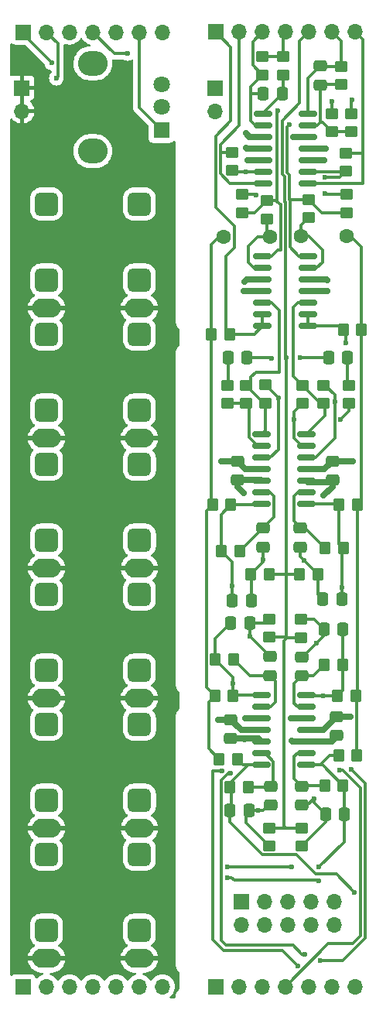
<source format=gbr>
%TF.GenerationSoftware,KiCad,Pcbnew,8.0.2*%
%TF.CreationDate,2025-05-20T09:10:06-07:00*%
%TF.ProjectId,ResEQ_Mini,52657345-515f-44d6-996e-692e6b696361,rev?*%
%TF.SameCoordinates,Original*%
%TF.FileFunction,Copper,L1,Top*%
%TF.FilePolarity,Positive*%
%FSLAX46Y46*%
G04 Gerber Fmt 4.6, Leading zero omitted, Abs format (unit mm)*
G04 Created by KiCad (PCBNEW 8.0.2) date 2025-05-20 09:10:06*
%MOMM*%
%LPD*%
G01*
G04 APERTURE LIST*
G04 Aperture macros list*
%AMRoundRect*
0 Rectangle with rounded corners*
0 $1 Rounding radius*
0 $2 $3 $4 $5 $6 $7 $8 $9 X,Y pos of 4 corners*
0 Add a 4 corners polygon primitive as box body*
4,1,4,$2,$3,$4,$5,$6,$7,$8,$9,$2,$3,0*
0 Add four circle primitives for the rounded corners*
1,1,$1+$1,$2,$3*
1,1,$1+$1,$4,$5*
1,1,$1+$1,$6,$7*
1,1,$1+$1,$8,$9*
0 Add four rect primitives between the rounded corners*
20,1,$1+$1,$2,$3,$4,$5,0*
20,1,$1+$1,$4,$5,$6,$7,0*
20,1,$1+$1,$6,$7,$8,$9,0*
20,1,$1+$1,$8,$9,$2,$3,0*%
G04 Aperture macros list end*
%TA.AperFunction,ComponentPad*%
%ADD10R,1.700000X1.700000*%
%TD*%
%TA.AperFunction,ComponentPad*%
%ADD11O,1.700000X1.700000*%
%TD*%
%TA.AperFunction,SMDPad,CuDef*%
%ADD12RoundRect,0.250000X0.450000X-0.350000X0.450000X0.350000X-0.450000X0.350000X-0.450000X-0.350000X0*%
%TD*%
%TA.AperFunction,SMDPad,CuDef*%
%ADD13RoundRect,0.250000X-0.350000X-0.450000X0.350000X-0.450000X0.350000X0.450000X-0.350000X0.450000X0*%
%TD*%
%TA.AperFunction,ComponentPad*%
%ADD14O,3.100000X2.100000*%
%TD*%
%TA.AperFunction,ComponentPad*%
%ADD15RoundRect,0.650000X-0.650000X-0.650000X0.650000X-0.650000X0.650000X0.650000X-0.650000X0.650000X0*%
%TD*%
%TA.AperFunction,SMDPad,CuDef*%
%ADD16RoundRect,0.250000X-0.450000X0.350000X-0.450000X-0.350000X0.450000X-0.350000X0.450000X0.350000X0*%
%TD*%
%TA.AperFunction,SMDPad,CuDef*%
%ADD17RoundRect,0.250000X0.475000X-0.337500X0.475000X0.337500X-0.475000X0.337500X-0.475000X-0.337500X0*%
%TD*%
%TA.AperFunction,SMDPad,CuDef*%
%ADD18RoundRect,0.150000X-0.825000X-0.150000X0.825000X-0.150000X0.825000X0.150000X-0.825000X0.150000X0*%
%TD*%
%TA.AperFunction,SMDPad,CuDef*%
%ADD19RoundRect,0.250000X-0.475000X0.337500X-0.475000X-0.337500X0.475000X-0.337500X0.475000X0.337500X0*%
%TD*%
%TA.AperFunction,SMDPad,CuDef*%
%ADD20RoundRect,0.250000X0.337500X0.475000X-0.337500X0.475000X-0.337500X-0.475000X0.337500X-0.475000X0*%
%TD*%
%TA.AperFunction,ComponentPad*%
%ADD21O,3.240000X2.720000*%
%TD*%
%TA.AperFunction,ComponentPad*%
%ADD22R,1.800000X1.800000*%
%TD*%
%TA.AperFunction,ComponentPad*%
%ADD23C,1.800000*%
%TD*%
%TA.AperFunction,SMDPad,CuDef*%
%ADD24RoundRect,0.250000X0.350000X0.450000X-0.350000X0.450000X-0.350000X-0.450000X0.350000X-0.450000X0*%
%TD*%
%TA.AperFunction,SMDPad,CuDef*%
%ADD25RoundRect,0.250000X-0.337500X-0.475000X0.337500X-0.475000X0.337500X0.475000X-0.337500X0.475000X0*%
%TD*%
%TA.AperFunction,ComponentPad*%
%ADD26C,1.600000*%
%TD*%
%TA.AperFunction,ViaPad*%
%ADD27C,0.600000*%
%TD*%
%TA.AperFunction,Conductor*%
%ADD28C,0.304800*%
%TD*%
%TA.AperFunction,Conductor*%
%ADD29C,0.635000*%
%TD*%
G04 APERTURE END LIST*
D10*
%TO.P,J14,1,Pin_1*%
%TO.N,/5.2k_B*%
X150007000Y-39853000D03*
D11*
%TO.P,J14,2,Pin_2*%
%TO.N,/Comb_L_B*%
X152547000Y-39853000D03*
%TO.P,J14,3,Pin_3*%
%TO.N,/In_Inv_B*%
X155087000Y-39853000D03*
%TO.P,J14,4,Pin_4*%
%TO.N,/Filter_Pot_CW_B*%
X157627000Y-39853000D03*
%TO.P,J14,5,Pin_5*%
%TO.N,/Filter_Ins_B*%
X160167000Y-39853000D03*
%TO.P,J14,6,Pin_6*%
%TO.N,/Filter_Pot_CCW_B*%
X162707000Y-39853000D03*
%TO.P,J14,7,Pin_7*%
%TO.N,/Comb_R_B*%
X165247000Y-39853000D03*
%TD*%
D12*
%TO.P,R41,1*%
%TO.N,Net-(U3A--)*%
X153314400Y-80502000D03*
%TO.P,R41,2*%
%TO.N,Net-(U2B-+)*%
X153314400Y-78502000D03*
%TD*%
%TO.P,R35,1*%
%TO.N,Net-(U3D--)*%
X159461200Y-80502000D03*
%TO.P,R35,2*%
%TO.N,Net-(U2C-+)*%
X159461200Y-78502000D03*
%TD*%
D13*
%TO.P,R28,1*%
%TO.N,Net-(C13-Pad1)*%
X153838400Y-99161600D03*
%TO.P,R28,2*%
%TO.N,/Filter_Ins_B*%
X155838400Y-99161600D03*
%TD*%
D14*
%TO.P,J1,S*%
%TO.N,GND*%
X141624045Y-70081597D03*
D15*
%TO.P,J1,T*%
%TO.N,Net-(J1-PadT)*%
X141624045Y-58681597D03*
%TO.P,J1,TN*%
%TO.N,unconnected-(J1-PadTN)*%
X141624045Y-66981597D03*
%TD*%
D13*
%TO.P,R24,1*%
%TO.N,/218_B*%
X163439600Y-119024400D03*
%TO.P,R24,2*%
%TO.N,Net-(C19-Pad1)*%
X165439600Y-119024400D03*
%TD*%
D10*
%TO.P,J15,1,Pin_1*%
%TO.N,/61_B*%
X149982000Y-144272000D03*
D11*
%TO.P,J15,2,Pin_2*%
%TO.N,/218_B*%
X152522000Y-144272000D03*
%TO.P,J15,3,Pin_3*%
%TO.N,/777_B*%
X155062000Y-144272000D03*
%TO.P,J15,4,Pin_4*%
%TO.N,/2.8k_B*%
X157602000Y-144272000D03*
%TO.P,J15,5,Pin_5*%
%TO.N,/1.5k_B*%
X160142000Y-144272000D03*
%TO.P,J15,6,Pin_6*%
%TO.N,/411_B*%
X162682000Y-144272000D03*
%TO.P,J15,7,Pin_7*%
%TO.N,/115_B*%
X165222000Y-144272000D03*
%TD*%
D12*
%TO.P,R10,1*%
%TO.N,Net-(C1-Pad2)*%
X157378400Y-44551600D03*
%TO.P,R10,2*%
%TO.N,/Filter_Pot_CW_B*%
X157378400Y-42551600D03*
%TD*%
D16*
%TO.P,R37,1*%
%TO.N,Net-(U3D-+)*%
X161747200Y-78502000D03*
%TO.P,R37,2*%
%TO.N,Net-(U2C-+)*%
X161747200Y-80502000D03*
%TD*%
D12*
%TO.P,R44,1*%
%TO.N,Net-(U2D--)*%
X160172400Y-60182000D03*
%TO.P,R44,2*%
%TO.N,Net-(R44-Pad2)*%
X160172400Y-58182000D03*
%TD*%
D14*
%TO.P,J3,S*%
%TO.N,GND*%
X141624045Y-141201569D03*
D15*
%TO.P,J3,T*%
%TO.N,Net-(J3-PadT)*%
X141624045Y-129801569D03*
%TO.P,J3,TN*%
%TO.N,unconnected-(J3-PadTN)*%
X141624045Y-138101569D03*
%TD*%
D17*
%TO.P,C33,1*%
%TO.N,GND*%
X162763200Y-88870700D03*
%TO.P,C33,2*%
%TO.N,VEE*%
X162763200Y-86795700D03*
%TD*%
D18*
%TO.P,U3,1*%
%TO.N,Net-(U2B-+)*%
X154954200Y-83870800D03*
%TO.P,U3,2,-*%
%TO.N,Net-(U3A--)*%
X154954200Y-85140800D03*
%TO.P,U3,3,+*%
%TO.N,Net-(U3A-+)*%
X154954200Y-86410800D03*
%TO.P,U3,4,V+*%
%TO.N,VCC*%
X154954200Y-87680800D03*
%TO.P,U3,5,+*%
%TO.N,GND*%
X154954200Y-88950800D03*
%TO.P,U3,6,-*%
%TO.N,Net-(U3B--)*%
X154954200Y-90220800D03*
%TO.P,U3,7*%
%TO.N,/1.5k_B*%
X154954200Y-91490800D03*
%TO.P,U3,8*%
%TO.N,/777_B*%
X159904200Y-91490800D03*
%TO.P,U3,9,-*%
%TO.N,Net-(U3C--)*%
X159904200Y-90220800D03*
%TO.P,U3,10,+*%
%TO.N,GND*%
X159904200Y-88950800D03*
%TO.P,U3,11,V-*%
%TO.N,VEE*%
X159904200Y-87680800D03*
%TO.P,U3,12,+*%
%TO.N,Net-(U3D-+)*%
X159904200Y-86410800D03*
%TO.P,U3,13,-*%
%TO.N,Net-(U3D--)*%
X159904200Y-85140800D03*
%TO.P,U3,14*%
%TO.N,Net-(U2C-+)*%
X159904200Y-83870800D03*
%TD*%
%TO.P,U1,1*%
%TO.N,Net-(C1-Pad2)*%
X155132000Y-48768000D03*
%TO.P,U1,2,-*%
%TO.N,/In_Inv_B*%
X155132000Y-50038000D03*
%TO.P,U1,3,+*%
%TO.N,GND*%
X155132000Y-51308000D03*
%TO.P,U1,4,V+*%
%TO.N,VCC*%
X155132000Y-52578000D03*
%TO.P,U1,5,+*%
%TO.N,GND*%
X155132000Y-53848000D03*
%TO.P,U1,6,-*%
%TO.N,Net-(U1B--)*%
X155132000Y-55118000D03*
%TO.P,U1,7*%
%TO.N,/Comb_L_B*%
X155132000Y-56388000D03*
%TO.P,U1,8*%
%TO.N,/Comb_R_B*%
X160082000Y-56388000D03*
%TO.P,U1,9,-*%
%TO.N,Net-(U1C--)*%
X160082000Y-55118000D03*
%TO.P,U1,10,+*%
%TO.N,GND*%
X160082000Y-53848000D03*
%TO.P,U1,11,V-*%
%TO.N,VEE*%
X160082000Y-52578000D03*
%TO.P,U1,12,+*%
%TO.N,GND*%
X160082000Y-51308000D03*
%TO.P,U1,13,-*%
%TO.N,Net-(U1D--)*%
X160082000Y-50038000D03*
%TO.P,U1,14*%
%TO.N,/Filter_Pot_CCW_B*%
X160082000Y-48768000D03*
%TD*%
D12*
%TO.P,R55,1*%
%TO.N,Net-(U1C--)*%
X164185600Y-55102000D03*
%TO.P,R55,2*%
%TO.N,/Comb_R_B*%
X164185600Y-53102000D03*
%TD*%
D19*
%TO.P,C32,1*%
%TO.N,VCC*%
X152349200Y-86795700D03*
%TO.P,C32,2*%
%TO.N,GND*%
X152349200Y-88870700D03*
%TD*%
D12*
%TO.P,R56,1*%
%TO.N,Net-(R44-Pad2)*%
X164287200Y-59623200D03*
%TO.P,R56,2*%
%TO.N,Net-(U1C--)*%
X164287200Y-57623200D03*
%TD*%
D20*
%TO.P,C18,1*%
%TO.N,/Filter_Ins_B*%
X153386700Y-75488800D03*
%TO.P,C18,2*%
%TO.N,Net-(C18-Pad2)*%
X151311700Y-75488800D03*
%TD*%
D21*
%TO.P,RV2,*%
%TO.N,*%
X136525000Y-52881600D03*
X136525000Y-43281600D03*
D22*
%TO.P,RV2,1,1*%
%TO.N,/Filter_Pot_CCW_T*%
X144025000Y-50581600D03*
D23*
%TO.P,RV2,2,2*%
%TO.N,/Filter_Ins_T*%
X144025000Y-48081600D03*
%TO.P,RV2,3,3*%
%TO.N,/Filter_Pot_CW_T*%
X144025000Y-45581600D03*
%TD*%
D14*
%TO.P,J10,S*%
%TO.N,GND*%
X131464049Y-112753583D03*
D15*
%TO.P,J10,T*%
%TO.N,Net-(J10-PadT)*%
X131464049Y-101353583D03*
%TO.P,J10,TN*%
%TO.N,unconnected-(J10-PadTN)*%
X131464049Y-109653583D03*
%TD*%
D12*
%TO.P,R34,1*%
%TO.N,Net-(U3D--)*%
X164592000Y-80502000D03*
%TO.P,R34,2*%
%TO.N,Net-(C15-Pad2)*%
X164592000Y-78502000D03*
%TD*%
%TO.P,R14,1*%
%TO.N,Net-(C5-Pad1)*%
X155803600Y-128914400D03*
%TO.P,R14,2*%
%TO.N,/Filter_Ins_B*%
X155803600Y-126914400D03*
%TD*%
D16*
%TO.P,R42,1*%
%TO.N,Net-(U3A-+)*%
X155397200Y-78451200D03*
%TO.P,R42,2*%
%TO.N,Net-(U2B-+)*%
X155397200Y-80451200D03*
%TD*%
D14*
%TO.P,J7,S*%
%TO.N,GND*%
X141630400Y-98529600D03*
D15*
%TO.P,J7,T*%
%TO.N,Net-(J7-PadT)*%
X141630400Y-87129600D03*
%TO.P,J7,TN*%
%TO.N,unconnected-(J7-PadTN)*%
X141630400Y-95429600D03*
%TD*%
D14*
%TO.P,J11,S*%
%TO.N,GND*%
X141630400Y-126977600D03*
D15*
%TO.P,J11,T*%
%TO.N,Net-(J11-PadT)*%
X141630400Y-115577600D03*
%TO.P,J11,TN*%
%TO.N,unconnected-(J11-PadTN)*%
X141630400Y-123877600D03*
%TD*%
D24*
%TO.P,R25,1*%
%TO.N,/411_B*%
X151876000Y-112471200D03*
%TO.P,R25,2*%
%TO.N,Net-(C20-Pad1)*%
X149876000Y-112471200D03*
%TD*%
D16*
%TO.P,R5,1*%
%TO.N,Net-(C3-Pad1)*%
X159308800Y-104105200D03*
%TO.P,R5,2*%
%TO.N,/Filter_Ins_B*%
X159308800Y-106105200D03*
%TD*%
D17*
%TO.P,C35,1*%
%TO.N,GND*%
X163220400Y-116810700D03*
%TO.P,C35,2*%
%TO.N,VEE*%
X163220400Y-114735700D03*
%TD*%
D12*
%TO.P,R45,1*%
%TO.N,Net-(U2A--)*%
X155549600Y-60283600D03*
%TO.P,R45,2*%
%TO.N,Net-(R45-Pad2)*%
X155549600Y-58283600D03*
%TD*%
D25*
%TO.P,C1,1*%
%TO.N,/In_Inv_B*%
X155172500Y-46599600D03*
%TO.P,C1,2*%
%TO.N,Net-(C1-Pad2)*%
X157247500Y-46599600D03*
%TD*%
D13*
%TO.P,R30,1*%
%TO.N,Net-(U3C--)*%
X161966400Y-96316800D03*
%TO.P,R30,2*%
%TO.N,/777_B*%
X163966400Y-96316800D03*
%TD*%
%TO.P,R32,1*%
%TO.N,/777_B*%
X163490400Y-91541600D03*
%TO.P,R32,2*%
%TO.N,Net-(C19-Pad1)*%
X165490400Y-91541600D03*
%TD*%
D14*
%TO.P,J12,S*%
%TO.N,GND*%
X131464049Y-126977573D03*
D15*
%TO.P,J12,T*%
%TO.N,Net-(J12-PadT)*%
X131464049Y-115577573D03*
%TO.P,J12,TN*%
%TO.N,unconnected-(J12-PadTN)*%
X131464049Y-123877573D03*
%TD*%
D17*
%TO.P,C8,1*%
%TO.N,Net-(C7-Pad1)*%
X159359600Y-124430700D03*
%TO.P,C8,2*%
%TO.N,Net-(U4C--)*%
X159359600Y-122355700D03*
%TD*%
D20*
%TO.P,C13,1*%
%TO.N,Net-(C13-Pad1)*%
X153843900Y-102057200D03*
%TO.P,C13,2*%
%TO.N,/1.5k_B*%
X151768900Y-102057200D03*
%TD*%
D12*
%TO.P,R50,1*%
%TO.N,Net-(U1D--)*%
X163677600Y-45618400D03*
%TO.P,R50,2*%
%TO.N,/Filter_Pot_CCW_B*%
X163677600Y-43618400D03*
%TD*%
D14*
%TO.P,J8,S*%
%TO.N,GND*%
X131464049Y-98529587D03*
D15*
%TO.P,J8,T*%
%TO.N,Net-(J8-PadT)*%
X131464049Y-87129587D03*
%TO.P,J8,TN*%
%TO.N,unconnected-(J8-PadTN)*%
X131464049Y-95429587D03*
%TD*%
D13*
%TO.P,R36,1*%
%TO.N,/2.8k_B*%
X163947600Y-72390000D03*
%TO.P,R36,2*%
%TO.N,Net-(C19-Pad1)*%
X165947600Y-72390000D03*
%TD*%
D17*
%TO.P,C6,1*%
%TO.N,Net-(C5-Pad1)*%
X156006800Y-124430700D03*
%TO.P,C6,2*%
%TO.N,Net-(U4B--)*%
X156006800Y-122355700D03*
%TD*%
D19*
%TO.P,C4,1*%
%TO.N,Net-(C3-Pad1)*%
X159359600Y-108233300D03*
%TO.P,C4,2*%
%TO.N,Net-(U4D--)*%
X159359600Y-110308300D03*
%TD*%
%TO.P,C10,1*%
%TO.N,Net-(C10-Pad1)*%
X155905200Y-108182500D03*
%TO.P,C10,2*%
%TO.N,Net-(U4A--)*%
X155905200Y-110257500D03*
%TD*%
D14*
%TO.P,J9,S*%
%TO.N,GND*%
X141624045Y-112753578D03*
D15*
%TO.P,J9,T*%
%TO.N,Net-(J9-PadT)*%
X141624045Y-101353578D03*
%TO.P,J9,TN*%
%TO.N,unconnected-(J9-PadTN)*%
X141624045Y-109653578D03*
%TD*%
D24*
%TO.P,R26,1*%
%TO.N,Net-(C11-Pad1)*%
X161172400Y-99161600D03*
%TO.P,R26,2*%
%TO.N,/Filter_Ins_B*%
X159172400Y-99161600D03*
%TD*%
%TO.P,R17,1*%
%TO.N,/115_B*%
X152333200Y-119380000D03*
%TO.P,R17,2*%
%TO.N,Net-(C20-Pad1)*%
X150333200Y-119380000D03*
%TD*%
D25*
%TO.P,C3,1*%
%TO.N,Net-(C3-Pad1)*%
X161827300Y-105156000D03*
%TO.P,C3,2*%
%TO.N,/61_B*%
X163902300Y-105156000D03*
%TD*%
%TO.P,C7,1*%
%TO.N,Net-(C7-Pad1)*%
X161979700Y-125425200D03*
%TO.P,C7,2*%
%TO.N,/218_B*%
X164054700Y-125425200D03*
%TD*%
D24*
%TO.P,R23,1*%
%TO.N,Net-(U4A--)*%
X151926800Y-108508800D03*
%TO.P,R23,2*%
%TO.N,/411_B*%
X149926800Y-108508800D03*
%TD*%
D13*
%TO.P,R22,1*%
%TO.N,Net-(U4C--)*%
X161915600Y-122275600D03*
%TO.P,R22,2*%
%TO.N,/218_B*%
X163915600Y-122275600D03*
%TD*%
D12*
%TO.P,R9,1*%
%TO.N,/In_Inv_B*%
X155092400Y-44551600D03*
%TO.P,R9,2*%
%TO.N,/Filter_Pot_CW_B*%
X155092400Y-42551600D03*
%TD*%
D14*
%TO.P,J4,S*%
%TO.N,GND*%
X131464049Y-141201569D03*
D15*
%TO.P,J4,T*%
%TO.N,Net-(J4-PadT)*%
X131464049Y-129801569D03*
%TO.P,J4,TN*%
%TO.N,unconnected-(J4-PadTN)*%
X131464049Y-138101569D03*
%TD*%
D24*
%TO.P,R33,1*%
%TO.N,/1.5k_B*%
X151622000Y-91592400D03*
%TO.P,R33,2*%
%TO.N,Net-(C20-Pad1)*%
X149622000Y-91592400D03*
%TD*%
D12*
%TO.P,R54,1*%
%TO.N,Net-(U1B--)*%
X151790400Y-55000400D03*
%TO.P,R54,2*%
%TO.N,/Comb_L_B*%
X151790400Y-53000400D03*
%TD*%
D14*
%TO.P,J6,S*%
%TO.N,GND*%
X131464049Y-84305587D03*
D15*
%TO.P,J6,T*%
%TO.N,Net-(J6-PadT)*%
X131464049Y-72905587D03*
%TO.P,J6,TN*%
%TO.N,unconnected-(J6-PadTN)*%
X131464049Y-81205587D03*
%TD*%
D20*
%TO.P,C9,1*%
%TO.N,Net-(C10-Pad1)*%
X153691500Y-104495600D03*
%TO.P,C9,2*%
%TO.N,/411_B*%
X151616500Y-104495600D03*
%TD*%
D25*
%TO.P,C11,1*%
%TO.N,Net-(C11-Pad1)*%
X161674900Y-101904800D03*
%TO.P,C11,2*%
%TO.N,/777_B*%
X163749900Y-101904800D03*
%TD*%
D16*
%TO.P,R20,1*%
%TO.N,Net-(C10-Pad1)*%
X155854400Y-104070400D03*
%TO.P,R20,2*%
%TO.N,/Filter_Ins_B*%
X155854400Y-106070400D03*
%TD*%
D24*
%TO.P,R16,1*%
%TO.N,Net-(U4B--)*%
X153552400Y-122428000D03*
%TO.P,R16,2*%
%TO.N,/115_B*%
X151552400Y-122428000D03*
%TD*%
%TO.P,R43,1*%
%TO.N,/5.2k_B*%
X151485600Y-72898000D03*
%TO.P,R43,2*%
%TO.N,Net-(C20-Pad1)*%
X149485600Y-72898000D03*
%TD*%
D25*
%TO.P,C15,1*%
%TO.N,/Filter_Ins_B*%
X162335300Y-75438000D03*
%TO.P,C15,2*%
%TO.N,Net-(C15-Pad2)*%
X164410300Y-75438000D03*
%TD*%
D17*
%TO.P,C14,1*%
%TO.N,Net-(C13-Pad1)*%
X155194000Y-96185900D03*
%TO.P,C14,2*%
%TO.N,Net-(U3B--)*%
X155194000Y-94110900D03*
%TD*%
D24*
%TO.P,R31,1*%
%TO.N,Net-(U3B--)*%
X152587200Y-96672400D03*
%TO.P,R31,2*%
%TO.N,/1.5k_B*%
X150587200Y-96672400D03*
%TD*%
D13*
%TO.P,R6,1*%
%TO.N,Net-(U4D--)*%
X161864800Y-109067600D03*
%TO.P,R6,2*%
%TO.N,/61_B*%
X163864800Y-109067600D03*
%TD*%
D16*
%TO.P,R47,1*%
%TO.N,Net-(R44-Pad2)*%
X162712400Y-48784000D03*
%TO.P,R47,2*%
%TO.N,Net-(U1D--)*%
X162712400Y-50784000D03*
%TD*%
D17*
%TO.P,C12,1*%
%TO.N,Net-(C11-Pad1)*%
X159258000Y-96185900D03*
%TO.P,C12,2*%
%TO.N,Net-(U3C--)*%
X159258000Y-94110900D03*
%TD*%
D18*
%TO.P,U2,1*%
%TO.N,Net-(R45-Pad2)*%
X155106600Y-64363600D03*
%TO.P,U2,2,-*%
%TO.N,Net-(U2A--)*%
X155106600Y-65633600D03*
%TO.P,U2,3,+*%
%TO.N,GND*%
X155106600Y-66903600D03*
%TO.P,U2,4,V+*%
%TO.N,VCC*%
X155106600Y-68173600D03*
%TO.P,U2,5,+*%
%TO.N,Net-(U2B-+)*%
X155106600Y-69443600D03*
%TO.P,U2,6,-*%
%TO.N,/5.2k_B*%
X155106600Y-70713600D03*
%TO.P,U2,7*%
X155106600Y-71983600D03*
%TO.P,U2,8*%
%TO.N,/2.8k_B*%
X160056600Y-71983600D03*
%TO.P,U2,9,-*%
X160056600Y-70713600D03*
%TO.P,U2,10,+*%
%TO.N,Net-(U2C-+)*%
X160056600Y-69443600D03*
%TO.P,U2,11,V-*%
%TO.N,VEE*%
X160056600Y-68173600D03*
%TO.P,U2,12,+*%
%TO.N,GND*%
X160056600Y-66903600D03*
%TO.P,U2,13,-*%
%TO.N,Net-(U2D--)*%
X160056600Y-65633600D03*
%TO.P,U2,14*%
%TO.N,Net-(R44-Pad2)*%
X160056600Y-64363600D03*
%TD*%
D16*
%TO.P,R46,1*%
%TO.N,Net-(R45-Pad2)*%
X164846000Y-48784000D03*
%TO.P,R46,2*%
%TO.N,Net-(U1D--)*%
X164846000Y-50784000D03*
%TD*%
D10*
%TO.P,J19,1,Pin_1*%
%TO.N,GND*%
X149885000Y-45974000D03*
D11*
%TO.P,J19,2,Pin_2*%
X149885000Y-48514000D03*
%TD*%
D12*
%TO.P,R39,1*%
%TO.N,Net-(U3A--)*%
X151282400Y-80502000D03*
%TO.P,R39,2*%
%TO.N,Net-(C18-Pad2)*%
X151282400Y-78502000D03*
%TD*%
%TO.P,R57,1*%
%TO.N,Net-(R45-Pad2)*%
X152857200Y-59623200D03*
%TO.P,R57,2*%
%TO.N,Net-(U1B--)*%
X152857200Y-57623200D03*
%TD*%
D19*
%TO.P,C34,1*%
%TO.N,VCC*%
X151638000Y-115091300D03*
%TO.P,C34,2*%
%TO.N,GND*%
X151638000Y-117166300D03*
%TD*%
D18*
%TO.P,U4,1*%
%TO.N,/411_B*%
X154954200Y-112396300D03*
%TO.P,U4,2,-*%
%TO.N,Net-(U4A--)*%
X154954200Y-113666300D03*
%TO.P,U4,3,+*%
%TO.N,GND*%
X154954200Y-114936300D03*
%TO.P,U4,4,V+*%
%TO.N,VCC*%
X154954200Y-116206300D03*
%TO.P,U4,5,+*%
%TO.N,GND*%
X154954200Y-117476300D03*
%TO.P,U4,6,-*%
%TO.N,Net-(U4B--)*%
X154954200Y-118746300D03*
%TO.P,U4,7*%
%TO.N,/115_B*%
X154954200Y-120016300D03*
%TO.P,U4,8*%
%TO.N,/218_B*%
X159904200Y-120016300D03*
%TO.P,U4,9,-*%
%TO.N,Net-(U4C--)*%
X159904200Y-118746300D03*
%TO.P,U4,10,+*%
%TO.N,GND*%
X159904200Y-117476300D03*
%TO.P,U4,11,V-*%
%TO.N,VEE*%
X159904200Y-116206300D03*
%TO.P,U4,12,+*%
%TO.N,GND*%
X159904200Y-114936300D03*
%TO.P,U4,13,-*%
%TO.N,Net-(U4D--)*%
X159904200Y-113666300D03*
%TO.P,U4,14*%
%TO.N,/61_B*%
X159904200Y-112396300D03*
%TD*%
D13*
%TO.P,R8,1*%
%TO.N,/61_B*%
X163287200Y-112471200D03*
%TO.P,R8,2*%
%TO.N,Net-(C19-Pad1)*%
X165287200Y-112471200D03*
%TD*%
D20*
%TO.P,C5,1*%
%TO.N,Net-(C5-Pad1)*%
X153589900Y-125018800D03*
%TO.P,C5,2*%
%TO.N,/115_B*%
X151514900Y-125018800D03*
%TD*%
D12*
%TO.P,R18,1*%
%TO.N,Net-(C7-Pad1)*%
X159359600Y-128914400D03*
%TO.P,R18,2*%
%TO.N,/Filter_Ins_B*%
X159359600Y-126914400D03*
%TD*%
D14*
%TO.P,J2,S*%
%TO.N,GND*%
X131464049Y-70081597D03*
D15*
%TO.P,J2,T*%
%TO.N,Net-(J2-PadT)*%
X131464049Y-58681597D03*
%TO.P,J2,TN*%
%TO.N,unconnected-(J2-PadTN)*%
X131464049Y-66981597D03*
%TD*%
D14*
%TO.P,J5,S*%
%TO.N,GND*%
X141624045Y-84305587D03*
D15*
%TO.P,J5,T*%
%TO.N,Net-(J5-PadT)*%
X141624045Y-72905587D03*
%TO.P,J5,TN*%
%TO.N,unconnected-(J5-PadTN)*%
X141624045Y-81205587D03*
%TD*%
D17*
%TO.P,C21,1*%
%TO.N,Net-(U1D--)*%
X161391600Y-45655900D03*
%TO.P,C21,2*%
%TO.N,/Filter_Pot_CCW_B*%
X161391600Y-43580900D03*
%TD*%
D26*
%TO.P,C19,1*%
%TO.N,Net-(C19-Pad1)*%
X164338000Y-62179200D03*
%TO.P,C19,2*%
%TO.N,Net-(U2D--)*%
X159338000Y-62179200D03*
%TD*%
D10*
%TO.P,J13,1,Pin_1*%
%TO.N,VCC*%
X152811400Y-134970600D03*
D11*
%TO.P,J13,2,Pin_2*%
X152811400Y-137510600D03*
%TO.P,J13,3,Pin_3*%
%TO.N,GND*%
X155351400Y-134970600D03*
%TO.P,J13,4,Pin_4*%
X155351400Y-137510600D03*
%TO.P,J13,5,Pin_5*%
X157891400Y-134970600D03*
%TO.P,J13,6,Pin_6*%
X157891400Y-137510600D03*
%TO.P,J13,7,Pin_7*%
X160431400Y-134970600D03*
%TO.P,J13,8,Pin_8*%
X160431400Y-137510600D03*
%TO.P,J13,9,Pin_9*%
%TO.N,VEE*%
X162971400Y-134970600D03*
%TO.P,J13,10,Pin_10*%
X162971400Y-137510600D03*
%TD*%
D10*
%TO.P,J17,1,Pin_1*%
%TO.N,/61_T*%
X128900000Y-144272000D03*
D11*
%TO.P,J17,2,Pin_2*%
%TO.N,/218_T*%
X131440000Y-144272000D03*
%TO.P,J17,3,Pin_3*%
%TO.N,/777_T*%
X133980000Y-144272000D03*
%TO.P,J17,4,Pin_4*%
%TO.N,/2.8k_T*%
X136520000Y-144272000D03*
%TO.P,J17,5,Pin_5*%
%TO.N,/1.5k_T*%
X139060000Y-144272000D03*
%TO.P,J17,6,Pin_6*%
%TO.N,/411_T*%
X141600000Y-144272000D03*
%TO.P,J17,7,Pin_7*%
%TO.N,/115_T*%
X144140000Y-144272000D03*
%TD*%
D10*
%TO.P,J18,1,Pin_1*%
%TO.N,GND*%
X128778000Y-45969000D03*
D11*
%TO.P,J18,2,Pin_2*%
X128778000Y-48509000D03*
%TD*%
D26*
%TO.P,C20,1*%
%TO.N,Net-(C20-Pad1)*%
X150876000Y-62230000D03*
%TO.P,C20,2*%
%TO.N,Net-(U2A--)*%
X155876000Y-62230000D03*
%TD*%
D10*
%TO.P,J16,1,Pin_1*%
%TO.N,/5.2k_T*%
X128905000Y-39878000D03*
D11*
%TO.P,J16,2,Pin_2*%
%TO.N,/Comb_L_T*%
X131445000Y-39878000D03*
%TO.P,J16,3,Pin_3*%
%TO.N,/In_Inv_T*%
X133985000Y-39878000D03*
%TO.P,J16,4,Pin_4*%
%TO.N,/Filter_Pot_CW_T*%
X136525000Y-39878000D03*
%TO.P,J16,5,Pin_5*%
%TO.N,/Filter_Ins_T*%
X139065000Y-39878000D03*
%TO.P,J16,6,Pin_6*%
%TO.N,/Filter_Pot_CCW_T*%
X141605000Y-39878000D03*
%TO.P,J16,7,Pin_7*%
%TO.N,/Comb_R_T*%
X144145000Y-39878000D03*
%TD*%
D27*
%TO.N,Net-(C3-Pad1)*%
X160981350Y-106726950D03*
%TO.N,Net-(C5-Pad1)*%
X154686000Y-125018800D03*
%TO.N,Net-(C7-Pad1)*%
X160731200Y-123698000D03*
%TO.N,Net-(C10-Pad1)*%
X153691500Y-105968800D03*
%TO.N,Net-(C11-Pad1)*%
X159656400Y-97645600D03*
%TO.N,Net-(C13-Pad1)*%
X155194000Y-97536000D03*
%TO.N,GND*%
X162204400Y-67005200D03*
X153314400Y-50952400D03*
X158242000Y-114909600D03*
X158445200Y-51308000D03*
X153162000Y-117195600D03*
X158292800Y-117398800D03*
X153466800Y-53848000D03*
X161798000Y-90576400D03*
X161848800Y-53848000D03*
X153111200Y-67157600D03*
X153212800Y-114909600D03*
X153060400Y-90322400D03*
%TO.N,Net-(U3D--)*%
X158576800Y-82245200D03*
X163655200Y-82245200D03*
%TO.N,VCC*%
X150233100Y-115062000D03*
X150622000Y-86817200D03*
X153060400Y-68173600D03*
X153314400Y-52527200D03*
%TO.N,VEE*%
X164990400Y-86817200D03*
X162052000Y-52578000D03*
X162204400Y-68173600D03*
X164744400Y-114757200D03*
%TO.N,Net-(U3D-+)*%
X163002800Y-80264000D03*
%TO.N,Net-(U3A-+)*%
X156819600Y-79873600D03*
%TO.N,/Filter_Ins_B*%
X159207200Y-75438000D03*
X156057600Y-75539600D03*
X157683200Y-75438000D03*
%TO.N,/Filter_Pot_CW_T*%
X140309600Y-42214800D03*
%TO.N,/61_B*%
X151231600Y-131165600D03*
X158292800Y-131165600D03*
X161798000Y-112471200D03*
%TO.N,/115_B*%
X165162000Y-133959600D03*
%TO.N,/218_B*%
X161239200Y-132689600D03*
X151282400Y-132334000D03*
X161290000Y-131216400D03*
%TO.N,/411_B*%
X159766000Y-140712683D03*
X151587200Y-120904000D03*
X151876000Y-111099600D03*
%TO.N,/777_B*%
X163749900Y-100584000D03*
X161380517Y-141416117D03*
X164795200Y-120548400D03*
%TO.N,/1.5k_B*%
X158933883Y-142017483D03*
X150639400Y-120667400D03*
X151768900Y-100431600D03*
%TO.N,/2.8k_B*%
X163576000Y-120599200D03*
X164185600Y-73863200D03*
%TO.N,/5.2k_T*%
X132029200Y-43230800D03*
%TO.N,/Comb_L_T*%
X132537200Y-44907200D03*
%TO.N,Net-(U1B--)*%
X154381200Y-57708800D03*
X153314400Y-55118000D03*
%TO.N,Net-(U1C--)*%
X161899600Y-55731600D03*
X161899600Y-57552400D03*
%TO.N,Net-(R44-Pad2)*%
X162712400Y-47439200D03*
X158038800Y-49987200D03*
%TO.N,Net-(R45-Pad2)*%
X164896800Y-47294800D03*
X156768800Y-48463200D03*
%TD*%
D28*
%TO.N,Net-(C1-Pad2)*%
X157378400Y-44551600D02*
X157378400Y-46468700D01*
X155132000Y-48715100D02*
X157247500Y-46599600D01*
X157378400Y-46468700D02*
X157247500Y-46599600D01*
X155132000Y-48768000D02*
X155132000Y-48715100D01*
%TO.N,Net-(C3-Pad1)*%
X160981350Y-106726950D02*
X159475000Y-108233300D01*
X159475000Y-108233300D02*
X159359600Y-108233300D01*
X159308800Y-104105200D02*
X160776500Y-104105200D01*
X161827300Y-105156000D02*
X161827300Y-105881000D01*
X160776500Y-104105200D02*
X161827300Y-105156000D01*
X161827300Y-105881000D02*
X160981350Y-106726950D01*
%TO.N,Net-(U3A--)*%
X153626800Y-84233058D02*
X154534542Y-85140800D01*
X153626800Y-80814400D02*
X153626800Y-84233058D01*
X153314400Y-80502000D02*
X153626800Y-80814400D01*
X151282400Y-80502000D02*
X153314400Y-80502000D01*
%TO.N,Net-(C5-Pad1)*%
X155752800Y-124430700D02*
X155164700Y-125018800D01*
X153271600Y-125489500D02*
X153271600Y-126382400D01*
X154686000Y-125018800D02*
X153742300Y-125018800D01*
X153742300Y-125018800D02*
X153271600Y-125489500D01*
X153271600Y-126382400D02*
X155803600Y-128914400D01*
X155164700Y-125018800D02*
X154686000Y-125018800D01*
%TO.N,Net-(U3C--)*%
X158929201Y-90220800D02*
X158499800Y-90650201D01*
X159760500Y-94110900D02*
X161966400Y-96316800D01*
X159955000Y-90170000D02*
X159904200Y-90220800D01*
X159904200Y-90220800D02*
X158929201Y-90220800D01*
X158499800Y-90650201D02*
X158499800Y-93352700D01*
X159258000Y-94110900D02*
X159760500Y-94110900D01*
X158499800Y-93352700D02*
X159258000Y-94110900D01*
%TO.N,Net-(C7-Pad1)*%
X159359600Y-124430700D02*
X159998500Y-124430700D01*
X161979700Y-126294300D02*
X159359600Y-128914400D01*
X160731200Y-123698000D02*
X160731200Y-124176700D01*
X161979700Y-125425200D02*
X161899600Y-125425200D01*
X161979700Y-125425200D02*
X161979700Y-126294300D01*
X159998500Y-124430700D02*
X160731200Y-123698000D01*
X160731200Y-124176700D02*
X161979700Y-125425200D01*
%TO.N,Net-(U4A--)*%
X155905200Y-110257500D02*
X153675500Y-110257500D01*
X156514800Y-113131600D02*
X156514800Y-110867100D01*
X155980100Y-113666300D02*
X156514800Y-113131600D01*
X154954200Y-113666300D02*
X155980100Y-113666300D01*
X153675500Y-110257500D02*
X151926800Y-108508800D01*
X156514800Y-110867100D02*
X155905200Y-110257500D01*
%TO.N,Net-(C10-Pad1)*%
X153691500Y-105968800D02*
X153691500Y-104495600D01*
X153691500Y-104495600D02*
X155429200Y-104495600D01*
X155905200Y-108182500D02*
X153691500Y-105968800D01*
X155429200Y-104495600D02*
X155854400Y-104070400D01*
%TO.N,Net-(U4C--)*%
X159635100Y-122275600D02*
X159308800Y-121949300D01*
X158576800Y-121572900D02*
X158576800Y-119098701D01*
X158929201Y-118746300D02*
X159904200Y-118746300D01*
X159439700Y-122275600D02*
X159359600Y-122355700D01*
X159359600Y-122355700D02*
X158576800Y-121572900D01*
X158576800Y-119098701D02*
X158929201Y-118746300D01*
X161915600Y-122275600D02*
X159439700Y-122275600D01*
%TO.N,Net-(C11-Pad1)*%
X159258000Y-97247200D02*
X159656400Y-97645600D01*
X161172400Y-99161600D02*
X161172400Y-101402300D01*
X159258000Y-96185900D02*
X159258000Y-97247200D01*
X159656400Y-97645600D02*
X161172400Y-99161600D01*
X161172400Y-101402300D02*
X161674900Y-101904800D01*
%TO.N,Net-(C13-Pad1)*%
X153843900Y-99167100D02*
X153838400Y-99161600D01*
X155194000Y-97806000D02*
X155194000Y-97536000D01*
X155194000Y-96185900D02*
X155194000Y-97806000D01*
X155194000Y-97806000D02*
X153838400Y-99161600D01*
X153843900Y-102057200D02*
X153843900Y-99167100D01*
%TO.N,Net-(C15-Pad2)*%
X164410300Y-75438000D02*
X164410300Y-78320300D01*
X164410300Y-78320300D02*
X164592000Y-78502000D01*
D29*
%TO.N,GND*%
X153239500Y-114936300D02*
X153212800Y-114909600D01*
X158445200Y-51308000D02*
X160082000Y-51308000D01*
X162763200Y-89611200D02*
X161798000Y-90576400D01*
X151638000Y-117166300D02*
X153132700Y-117166300D01*
X152349200Y-89611200D02*
X153060400Y-90322400D01*
X155132000Y-53848000D02*
X153466800Y-53848000D01*
X155106600Y-66903600D02*
X153365200Y-66903600D01*
X159904200Y-117476300D02*
X158370300Y-117476300D01*
X160082000Y-53848000D02*
X161848800Y-53848000D01*
X154874100Y-88870700D02*
X154954200Y-88950800D01*
X159904200Y-117476300D02*
X162656400Y-117476300D01*
X160078100Y-89124700D02*
X159904200Y-88950800D01*
X162763200Y-89124700D02*
X160078100Y-89124700D01*
X158370300Y-117476300D02*
X158292800Y-117398800D01*
X159904200Y-114936300D02*
X158268700Y-114936300D01*
X152349200Y-88870700D02*
X154874100Y-88870700D01*
X154644200Y-117166300D02*
X154954200Y-117476300D01*
X155132000Y-51308000D02*
X153670000Y-51308000D01*
X160056600Y-66903600D02*
X162102800Y-66903600D01*
X153670000Y-51308000D02*
X153314400Y-50952400D01*
X153365200Y-66903600D02*
X153111200Y-67157600D01*
X152349200Y-88870700D02*
X152349200Y-89611200D01*
X153191300Y-117166300D02*
X154644200Y-117166300D01*
X153162000Y-117195600D02*
X153191300Y-117166300D01*
X154954200Y-114936300D02*
X153239500Y-114936300D01*
X162102800Y-66903600D02*
X162204400Y-67005200D01*
X162763200Y-89124700D02*
X162763200Y-89611200D01*
X158268700Y-114936300D02*
X158242000Y-114909600D01*
X153132700Y-117166300D02*
X153162000Y-117195600D01*
X162656400Y-117476300D02*
X163372800Y-116759900D01*
D28*
%TO.N,Net-(C18-Pad2)*%
X151311700Y-75488800D02*
X151311700Y-78472700D01*
X151311700Y-78472700D02*
X151282400Y-78502000D01*
%TO.N,Net-(C19-Pad1)*%
X165439600Y-119024400D02*
X165439600Y-112623600D01*
X165490400Y-91541600D02*
X165490400Y-112268000D01*
X165947600Y-63360900D02*
X164816700Y-62230000D01*
X165947600Y-72390000D02*
X165947600Y-91084400D01*
X165947600Y-72390000D02*
X165947600Y-63360900D01*
X165439600Y-112623600D02*
X165287200Y-112471200D01*
X165490400Y-112268000D02*
X165287200Y-112471200D01*
X165947600Y-91084400D02*
X165490400Y-91541600D01*
%TO.N,Net-(C20-Pad1)*%
X149876000Y-112471200D02*
X149199600Y-113147600D01*
X149199600Y-113147600D02*
X149199600Y-118246400D01*
X149485600Y-77114400D02*
X149485600Y-63090900D01*
X148974400Y-111569600D02*
X149876000Y-112471200D01*
X149485600Y-91456000D02*
X149622000Y-91592400D01*
X149199600Y-118246400D02*
X150333200Y-119380000D01*
X148974400Y-92240000D02*
X148974400Y-111569600D01*
X149622000Y-91592400D02*
X148974400Y-92240000D01*
X149485600Y-63090900D02*
X150905300Y-61671200D01*
X149485600Y-72898000D02*
X149485600Y-91456000D01*
%TO.N,Net-(U2A--)*%
X155106600Y-65633600D02*
X154131601Y-65633600D01*
X153517600Y-65019599D02*
X153517600Y-63304630D01*
X155549600Y-62056000D02*
X155723600Y-62230000D01*
X154592230Y-62230000D02*
X155723600Y-62230000D01*
X155549600Y-60283600D02*
X155549600Y-62056000D01*
X154131601Y-65633600D02*
X153517600Y-65019599D01*
X153517600Y-63304630D02*
X154592230Y-62230000D01*
%TO.N,Net-(U3B--)*%
X156362400Y-90654001D02*
X156362400Y-92883900D01*
X154954200Y-90220800D02*
X155929199Y-90220800D01*
X152587200Y-96659100D02*
X154859900Y-94386400D01*
X152587200Y-96672400D02*
X152587200Y-96659100D01*
X155929199Y-90220800D02*
X156362400Y-90654001D01*
X156362400Y-92883900D02*
X154859900Y-94386400D01*
%TO.N,Net-(U3D--)*%
X163655200Y-82245200D02*
X164592000Y-81308400D01*
X164592000Y-81308400D02*
X164592000Y-80502000D01*
X158576800Y-82245200D02*
X158576800Y-84307200D01*
X158576800Y-81386400D02*
X158576800Y-82245200D01*
X159461200Y-80502000D02*
X158576800Y-81386400D01*
X159410400Y-85140800D02*
X159904200Y-85140800D01*
X158576800Y-84307200D02*
X159410400Y-85140800D01*
D29*
%TO.N,VCC*%
X152349200Y-86795700D02*
X150643500Y-86795700D01*
X152753000Y-116206300D02*
X154954200Y-116206300D01*
X151638000Y-115091300D02*
X150262400Y-115091300D01*
X155132000Y-52578000D02*
X153365200Y-52578000D01*
X152349200Y-86795700D02*
X153234300Y-87680800D01*
X150262400Y-115091300D02*
X150233100Y-115062000D01*
X153234300Y-87680800D02*
X154954200Y-87680800D01*
X151638000Y-115091300D02*
X152753000Y-116206300D01*
X153060400Y-68173600D02*
X155106600Y-68173600D01*
X150643500Y-86795700D02*
X150622000Y-86817200D01*
X153365200Y-52578000D02*
X153314400Y-52527200D01*
%TO.N,VEE*%
X162763200Y-86795700D02*
X164968900Y-86795700D01*
X160082000Y-52578000D02*
X162052000Y-52578000D01*
X164722900Y-114735700D02*
X164744400Y-114757200D01*
X159904200Y-116206300D02*
X161749800Y-116206300D01*
X163220400Y-114735700D02*
X164722900Y-114735700D01*
X159904200Y-87680800D02*
X161878100Y-87680800D01*
X160056600Y-68173600D02*
X162204400Y-68173600D01*
X161878100Y-87680800D02*
X162763200Y-86795700D01*
X161749800Y-116206300D02*
X163220400Y-114735700D01*
X164968900Y-86795700D02*
X164990400Y-86817200D01*
D28*
%TO.N,Net-(U3D-+)*%
X163002800Y-80264000D02*
X163002800Y-84287199D01*
X161950400Y-78502000D02*
X163002800Y-79554400D01*
X163002800Y-79554400D02*
X163002800Y-80264000D01*
X160879199Y-86410800D02*
X159904200Y-86410800D01*
X163002800Y-84287199D02*
X160879199Y-86410800D01*
%TO.N,Net-(U3A-+)*%
X156819600Y-79873600D02*
X155397200Y-78451200D01*
X155929199Y-86410800D02*
X156819600Y-85520399D01*
X154954200Y-86410800D02*
X155929199Y-86410800D01*
X156819600Y-85520399D02*
X156819600Y-79873600D01*
%TO.N,/In_Inv_B*%
X155087000Y-39853000D02*
X154040000Y-40900000D01*
X155172500Y-46599600D02*
X153871400Y-46599600D01*
X155092400Y-44551600D02*
X153804600Y-45839400D01*
X154279600Y-50038000D02*
X155132000Y-50038000D01*
X153804600Y-49563000D02*
X154279600Y-50038000D01*
X153804600Y-45839400D02*
X153804600Y-46532800D01*
X154040000Y-40900000D02*
X154040000Y-43499200D01*
X153871400Y-46599600D02*
X153804600Y-46532800D01*
X153804600Y-46532800D02*
X153804600Y-49563000D01*
X154040000Y-43499200D02*
X155092400Y-44551600D01*
%TO.N,/Filter_Ins_B*%
X153386700Y-75488800D02*
X156006800Y-75488800D01*
X159156400Y-40863600D02*
X159156400Y-47650400D01*
X159308800Y-106105200D02*
X157750000Y-106105200D01*
X157750000Y-106105200D02*
X157683200Y-106172000D01*
X157683200Y-75438000D02*
X157683200Y-97316800D01*
X157534000Y-58425896D02*
X157534000Y-55682695D01*
X157683200Y-75438000D02*
X157584800Y-75339600D01*
X157270500Y-55419195D02*
X157534000Y-55682695D01*
X159156400Y-47650400D02*
X157270500Y-49536300D01*
X157683200Y-99212400D02*
X157683200Y-105968800D01*
X157584800Y-75339600D02*
X157584800Y-58476696D01*
X155838400Y-99161600D02*
X157734000Y-99161600D01*
X157683200Y-97316800D02*
X157683200Y-99212400D01*
X162335300Y-75438000D02*
X159207200Y-75438000D01*
X159172400Y-99161600D02*
X157734000Y-99161600D01*
X156006800Y-75488800D02*
X156057600Y-75539600D01*
X157683200Y-126914400D02*
X157429200Y-126660400D01*
X157683200Y-105968800D02*
X157683200Y-106172000D01*
X159359600Y-126914400D02*
X157683200Y-126914400D01*
X157632400Y-75488800D02*
X157683200Y-75438000D01*
X157584800Y-58476696D02*
X157534000Y-58425896D01*
X157734000Y-99161600D02*
X157683200Y-99212400D01*
X160167000Y-39853000D02*
X159156400Y-40863600D01*
X157270500Y-49536300D02*
X157270500Y-55419195D01*
X157429200Y-106426000D02*
X157683200Y-106172000D01*
X155803600Y-126914400D02*
X157683200Y-126914400D01*
X157581600Y-106070400D02*
X157683200Y-105968800D01*
X155854400Y-106070400D02*
X157581600Y-106070400D01*
X157429200Y-126660400D02*
X157429200Y-106426000D01*
%TO.N,/Filter_Pot_CW_B*%
X157378400Y-40101600D02*
X157627000Y-39853000D01*
X155092400Y-42551600D02*
X157378400Y-42551600D01*
X157378400Y-42551600D02*
X157378400Y-40101600D01*
X157468400Y-42551600D02*
X157378400Y-42551600D01*
%TO.N,/Filter_Pot_CCW_B*%
X163677600Y-43618400D02*
X163677600Y-40823600D01*
X160082000Y-44890500D02*
X160082000Y-48768000D01*
X161433000Y-43539500D02*
X160082000Y-44890500D01*
X163677600Y-43618400D02*
X161429100Y-43618400D01*
X163677600Y-40823600D02*
X162707000Y-39853000D01*
%TO.N,/Filter_Pot_CW_T*%
X140309600Y-42214800D02*
X138861800Y-42214800D01*
X138861800Y-42214800D02*
X136525000Y-39878000D01*
%TO.N,/Filter_Pot_CCW_T*%
X144025000Y-50581600D02*
X141605000Y-48161600D01*
X141605000Y-48161600D02*
X141605000Y-39878000D01*
%TO.N,/61_B*%
X163864800Y-109067600D02*
X163864800Y-111893600D01*
X161798000Y-112471200D02*
X159979100Y-112471200D01*
X158292800Y-131165600D02*
X151231600Y-131165600D01*
X159979100Y-112471200D02*
X159904200Y-112396300D01*
X163902300Y-109030100D02*
X163864800Y-109067600D01*
X163287200Y-112471200D02*
X161798000Y-112471200D01*
X163864800Y-111893600D02*
X163287200Y-112471200D01*
X163902300Y-105156000D02*
X163902300Y-109030100D01*
%TO.N,/115_B*%
X153517600Y-120016300D02*
X152969500Y-120016300D01*
X155097150Y-129866800D02*
X151514900Y-126284550D01*
X158772000Y-129866800D02*
X155097150Y-129866800D01*
X151514900Y-126284550D02*
X151514900Y-125018800D01*
X154954200Y-120016300D02*
X153517600Y-120016300D01*
X151688800Y-124438500D02*
X151688800Y-121845100D01*
X160883600Y-131978400D02*
X158772000Y-129866800D01*
X165162000Y-133959600D02*
X163180800Y-131978400D01*
X151688800Y-121845100D02*
X153517600Y-120016300D01*
X152969500Y-120016300D02*
X152333200Y-119380000D01*
X163180800Y-131978400D02*
X160883600Y-131978400D01*
%TO.N,/218_B*%
X151282400Y-132334000D02*
X151688800Y-132334000D01*
X163439600Y-119024400D02*
X162434300Y-119024400D01*
X161442400Y-120016300D02*
X159904200Y-120016300D01*
X161239200Y-132630800D02*
X161239200Y-132689600D01*
X162434300Y-119024400D02*
X161442400Y-120016300D01*
X161290000Y-131216400D02*
X164054700Y-128451700D01*
X164054700Y-128451700D02*
X164054700Y-125425200D01*
X151688800Y-132334000D02*
X151985600Y-132630800D01*
X161656300Y-120016300D02*
X161442400Y-120016300D01*
X163915600Y-122275600D02*
X161656300Y-120016300D01*
X151985600Y-132630800D02*
X161239200Y-132630800D01*
X164054700Y-125425200D02*
X164054700Y-122414700D01*
X164054700Y-122414700D02*
X163915600Y-122275600D01*
%TO.N,/411_B*%
X154954200Y-112396300D02*
X151950900Y-112396300D01*
X159766000Y-140712683D02*
X159407083Y-140712683D01*
X151876000Y-111099600D02*
X151876000Y-110458000D01*
X150575000Y-121713000D02*
X151384000Y-120904000D01*
X151876000Y-110458000D02*
X149926800Y-108508800D01*
X149926800Y-106185300D02*
X151616500Y-104495600D01*
X151876000Y-112471200D02*
X151876000Y-111099600D01*
X151130000Y-139750800D02*
X150575000Y-139195800D01*
X158445200Y-139750800D02*
X151130000Y-139750800D01*
X151950900Y-112396300D02*
X151876000Y-112471200D01*
X149926800Y-108508800D02*
X149926800Y-106185300D01*
X159407083Y-140712683D02*
X158445200Y-139750800D01*
X150575000Y-139195800D02*
X150575000Y-121713000D01*
X151384000Y-120904000D02*
X151587200Y-120904000D01*
%TO.N,/777_B*%
X163490400Y-91541600D02*
X163490400Y-95840800D01*
X163749900Y-100584000D02*
X163749900Y-96533300D01*
X159904200Y-91490800D02*
X163439600Y-91490800D01*
X163749900Y-101904800D02*
X163749900Y-100584000D01*
X163749900Y-96533300D02*
X163966400Y-96316800D01*
X161380517Y-141416117D02*
X163843779Y-141416117D01*
X166319200Y-122072400D02*
X164795200Y-120548400D01*
X163439600Y-91490800D02*
X163490400Y-91541600D01*
X166319200Y-138940696D02*
X166319200Y-122072400D01*
X163490400Y-95840800D02*
X163966400Y-96316800D01*
X163843779Y-141416117D02*
X166319200Y-138940696D01*
%TO.N,/1.5k_B*%
X151768900Y-97854100D02*
X150587200Y-96672400D01*
X149656800Y-120667400D02*
X149656800Y-139141200D01*
X157276800Y-140360400D02*
X158933883Y-142017483D01*
X151768900Y-102057200D02*
X151768900Y-100431600D01*
X149656800Y-139141200D02*
X150876000Y-140360400D01*
X150587200Y-96672400D02*
X150587200Y-92627200D01*
X150876000Y-140360400D02*
X157276800Y-140360400D01*
X150639400Y-120667400D02*
X149656800Y-120667400D01*
X154852600Y-91592400D02*
X154954200Y-91490800D01*
X151768900Y-100431600D02*
X151768900Y-97854100D01*
X150587200Y-92627200D02*
X151622000Y-91592400D01*
X151622000Y-91592400D02*
X154852600Y-91592400D01*
%TO.N,/2.8k_B*%
X163576000Y-120599200D02*
X163898050Y-120599200D01*
X160056600Y-71983600D02*
X163541200Y-71983600D01*
X164947600Y-139598400D02*
X162275600Y-139598400D01*
X160056600Y-70713600D02*
X160056600Y-71983600D01*
X165814400Y-138731600D02*
X164947600Y-139598400D01*
X162275600Y-139598400D02*
X157602000Y-144272000D01*
X164185600Y-72628000D02*
X163947600Y-72390000D01*
X165814400Y-122515550D02*
X165814400Y-138731600D01*
X163898050Y-120599200D02*
X165814400Y-122515550D01*
X163541200Y-71983600D02*
X163947600Y-72390000D01*
X164185600Y-73863200D02*
X164185600Y-72628000D01*
%TO.N,/5.2k_B*%
X149964800Y-51254001D02*
X151638000Y-49580801D01*
X154192200Y-72898000D02*
X155106600Y-71983600D01*
X151485600Y-72898000D02*
X154192200Y-72898000D01*
X151638000Y-41484000D02*
X150007000Y-39853000D01*
X151079200Y-64363600D02*
X152028400Y-63414400D01*
X155106600Y-70713600D02*
X155106600Y-71983600D01*
X151638000Y-49580801D02*
X151638000Y-41484000D01*
X149964800Y-59032800D02*
X149964800Y-51254001D01*
X151079200Y-72491600D02*
X151079200Y-64363600D01*
X152028400Y-63414400D02*
X152028400Y-61096400D01*
X151485600Y-72898000D02*
X151079200Y-72491600D01*
X152028400Y-61096400D02*
X149964800Y-59032800D01*
%TO.N,/Comb_L_B*%
X151790400Y-53000400D02*
X150504400Y-53000400D01*
X152547000Y-50094200D02*
X152547000Y-39853000D01*
X150469600Y-52171600D02*
X152547000Y-50094200D01*
X155132000Y-56388000D02*
X151519150Y-56388000D01*
X150469600Y-53035200D02*
X150469600Y-52171600D01*
X150504400Y-53000400D02*
X150469600Y-53035200D01*
X151519150Y-56388000D02*
X150469600Y-55338450D01*
X150469600Y-55338450D02*
X150469600Y-53035200D01*
%TO.N,/Comb_R_B*%
X166097000Y-56388000D02*
X160082000Y-56388000D01*
X165247000Y-39853000D02*
X166097000Y-40703000D01*
X166097000Y-40703000D02*
X166097000Y-53136800D01*
X166078200Y-53118000D02*
X166097000Y-53136800D01*
X166097000Y-53136800D02*
X166097000Y-56388000D01*
X164134800Y-53118000D02*
X166078200Y-53118000D01*
%TO.N,/5.2k_T*%
X128905000Y-39878000D02*
X128905000Y-40106600D01*
X128905000Y-40106600D02*
X132029200Y-43230800D01*
%TO.N,/Comb_L_T*%
X131445000Y-39878000D02*
X131445000Y-40513000D01*
X132681600Y-44762800D02*
X132537200Y-44907200D01*
X132681600Y-41114600D02*
X132681600Y-44762800D01*
X131445000Y-39878000D02*
X132681600Y-41114600D01*
%TO.N,Net-(U2D--)*%
X161031599Y-65633600D02*
X161645600Y-65019599D01*
X161645600Y-63703200D02*
X160121600Y-62179200D01*
X159338000Y-62179200D02*
X159338000Y-61016400D01*
X161645600Y-65019599D02*
X161645600Y-63703200D01*
X159338000Y-61016400D02*
X160172400Y-60182000D01*
X160056600Y-65633600D02*
X161031599Y-65633600D01*
X160121600Y-62179200D02*
X159338000Y-62179200D01*
%TO.N,Net-(U2C-+)*%
X159904200Y-83870800D02*
X161950400Y-81824600D01*
X158496000Y-77536800D02*
X158496000Y-76606400D01*
X161950400Y-81824600D02*
X161950400Y-80502000D01*
X159461200Y-78502000D02*
X158496000Y-77536800D01*
X158496000Y-69948400D02*
X159000800Y-69443600D01*
X158496000Y-76606400D02*
X158496000Y-69948400D01*
X161461200Y-80502000D02*
X159461200Y-78502000D01*
X161950400Y-80502000D02*
X161461200Y-80502000D01*
X159000800Y-69443600D02*
X160056600Y-69443600D01*
%TO.N,Net-(U2B-+)*%
X155397200Y-77063600D02*
X154381200Y-77063600D01*
X156921200Y-77012800D02*
X156921200Y-77063600D01*
X155397200Y-80451200D02*
X155263600Y-80451200D01*
X156870400Y-77063600D02*
X156921200Y-77012800D01*
X156921200Y-70283201D02*
X156921200Y-77012800D01*
X154381200Y-77063600D02*
X153822400Y-77622400D01*
X156081599Y-69443600D02*
X156921200Y-70283201D01*
X153822400Y-77622400D02*
X153822400Y-78603600D01*
X155954653Y-80035853D02*
X155954653Y-80195853D01*
X154954200Y-83870800D02*
X155397200Y-83427800D01*
X155397200Y-83427800D02*
X155397200Y-80451200D01*
X155106600Y-69443600D02*
X156081599Y-69443600D01*
X155263600Y-80451200D02*
X153314400Y-78502000D01*
X155397200Y-77063600D02*
X156870400Y-77063600D01*
X155106600Y-69443600D02*
X154381200Y-69443600D01*
%TO.N,Net-(U1B--)*%
X153314400Y-55118000D02*
X151908000Y-55118000D01*
X152857200Y-57623200D02*
X154295600Y-57623200D01*
X151908000Y-55118000D02*
X151790400Y-55000400D01*
X155132000Y-55118000D02*
X153314400Y-55118000D01*
X154295600Y-57623200D02*
X154381200Y-57708800D01*
%TO.N,Net-(U1C--)*%
X161970400Y-57623200D02*
X161899600Y-57552400D01*
X163556000Y-55731600D02*
X164185600Y-55102000D01*
X161966400Y-57619200D02*
X161899600Y-57552400D01*
X160082000Y-55118000D02*
X164134800Y-55118000D01*
X164287200Y-57623200D02*
X161970400Y-57623200D01*
X161899600Y-55731600D02*
X163556000Y-55731600D01*
%TO.N,Net-(U1D--)*%
X161409400Y-49715400D02*
X161086800Y-50038000D01*
X161643800Y-49715400D02*
X162712400Y-50784000D01*
X161429100Y-45618400D02*
X161391600Y-45655900D01*
X161409400Y-49715400D02*
X161643800Y-49715400D01*
X161409400Y-45673700D02*
X161409400Y-49715400D01*
X161391600Y-45655900D02*
X161409400Y-45673700D01*
X161086800Y-50038000D02*
X160082000Y-50038000D01*
X163677600Y-45618400D02*
X161429100Y-45618400D01*
X162712400Y-50784000D02*
X164846000Y-50784000D01*
%TO.N,Net-(R44-Pad2)*%
X158073600Y-58182000D02*
X158038800Y-58216800D01*
X162712400Y-47439200D02*
X162712400Y-48784000D01*
X158089600Y-58216800D02*
X158089600Y-63398400D01*
X159054800Y-64363600D02*
X160056600Y-64363600D01*
X160172400Y-58182000D02*
X161613600Y-59623200D01*
X160172400Y-58182000D02*
X158073600Y-58182000D01*
X158089600Y-63398400D02*
X159054800Y-64363600D01*
X157775300Y-55210100D02*
X158038800Y-55473600D01*
X161613600Y-59623200D02*
X164287200Y-59623200D01*
X158038800Y-55473600D02*
X158038800Y-58216800D01*
X157775300Y-50250700D02*
X157775300Y-55210100D01*
X158038800Y-49987200D02*
X157775300Y-50250700D01*
%TO.N,Net-(R45-Pad2)*%
X156762000Y-63710000D02*
X156108400Y-64363600D01*
X154210000Y-59623200D02*
X155549600Y-58283600D01*
X157022800Y-63710000D02*
X156762000Y-63710000D01*
X164846000Y-47345600D02*
X164896800Y-47294800D01*
X156718000Y-48514000D02*
X156718000Y-58420000D01*
X157073600Y-58724800D02*
X157073600Y-63710000D01*
X164846000Y-48784000D02*
X164846000Y-47345600D01*
X152857200Y-59623200D02*
X154210000Y-59623200D01*
X155549600Y-58283600D02*
X156581600Y-58283600D01*
X156108400Y-64363600D02*
X155106600Y-64363600D01*
X156581600Y-58283600D02*
X157022800Y-58724800D01*
X156768800Y-48463200D02*
X156718000Y-48514000D01*
%TO.N,Net-(U4D--)*%
X158929201Y-113666300D02*
X159904200Y-113666300D01*
X159359600Y-110308300D02*
X160624100Y-110308300D01*
X160624100Y-110308300D02*
X161864800Y-109067600D01*
X158576800Y-111091100D02*
X158576800Y-113313899D01*
X158576800Y-113313899D02*
X158929201Y-113666300D01*
X159359600Y-110308300D02*
X158576800Y-111091100D01*
%TO.N,Net-(U4B--)*%
X156260800Y-120399358D02*
X156281600Y-120378558D01*
X156260800Y-121847700D02*
X156260800Y-120399358D01*
X156281600Y-120378558D02*
X156281600Y-119654042D01*
X155752800Y-122355700D02*
X156260800Y-121847700D01*
X155680500Y-122428000D02*
X155752800Y-122355700D01*
X155373858Y-118746300D02*
X154954200Y-118746300D01*
X153095200Y-122428000D02*
X155680500Y-122428000D01*
X156281600Y-119654042D02*
X155373858Y-118746300D01*
%TD*%
%TA.AperFunction,Conductor*%
%TO.N,GND*%
G36*
X135339855Y-40544546D02*
G01*
X135356575Y-40563842D01*
X135486500Y-40749395D01*
X135486505Y-40749401D01*
X135653599Y-40916495D01*
X135730485Y-40970331D01*
X135847165Y-41052032D01*
X135847167Y-41052033D01*
X135847170Y-41052035D01*
X136061337Y-41151903D01*
X136061343Y-41151904D01*
X136061344Y-41151905D01*
X136159774Y-41178279D01*
X136219435Y-41214644D01*
X136249964Y-41277491D01*
X136241669Y-41346866D01*
X136197184Y-41400744D01*
X136143867Y-41420993D01*
X136026827Y-41436402D01*
X135901256Y-41452934D01*
X135755518Y-41491984D01*
X135665679Y-41516056D01*
X135665669Y-41516059D01*
X135440359Y-41609386D01*
X135440348Y-41609391D01*
X135229151Y-41731327D01*
X135229135Y-41731338D01*
X135035656Y-41879799D01*
X135035649Y-41879805D01*
X134863205Y-42052249D01*
X134863199Y-42052256D01*
X134714738Y-42245735D01*
X134714727Y-42245751D01*
X134592791Y-42456948D01*
X134592786Y-42456959D01*
X134499459Y-42682269D01*
X134499456Y-42682279D01*
X134455959Y-42844616D01*
X134436335Y-42917853D01*
X134436333Y-42917864D01*
X134404500Y-43159648D01*
X134404500Y-43403551D01*
X134431013Y-43604933D01*
X134436334Y-43645344D01*
X134499456Y-43880920D01*
X134499459Y-43880930D01*
X134592786Y-44106240D01*
X134592791Y-44106251D01*
X134714727Y-44317448D01*
X134714738Y-44317464D01*
X134863199Y-44510943D01*
X134863205Y-44510950D01*
X135035649Y-44683394D01*
X135035656Y-44683400D01*
X135093715Y-44727950D01*
X135229144Y-44831868D01*
X135229151Y-44831872D01*
X135440348Y-44953808D01*
X135440353Y-44953810D01*
X135440356Y-44953812D01*
X135665679Y-45047144D01*
X135901256Y-45110266D01*
X136143056Y-45142100D01*
X136143063Y-45142100D01*
X136906937Y-45142100D01*
X136906944Y-45142100D01*
X137148744Y-45110266D01*
X137384321Y-45047144D01*
X137609644Y-44953812D01*
X137820856Y-44831868D01*
X138014345Y-44683399D01*
X138186799Y-44510945D01*
X138335268Y-44317456D01*
X138457212Y-44106244D01*
X138550544Y-43880921D01*
X138613666Y-43645344D01*
X138645500Y-43403544D01*
X138645500Y-43159656D01*
X138624528Y-43000362D01*
X138635293Y-42931329D01*
X138681673Y-42879073D01*
X138748942Y-42860187D01*
X138771660Y-42862561D01*
X138797494Y-42867700D01*
X138797495Y-42867700D01*
X139808352Y-42867700D01*
X139874323Y-42886705D01*
X139960078Y-42940589D01*
X140130345Y-43000168D01*
X140130350Y-43000169D01*
X140309596Y-43020365D01*
X140309600Y-43020365D01*
X140309604Y-43020365D01*
X140488849Y-43000169D01*
X140488852Y-43000168D01*
X140488855Y-43000168D01*
X140659122Y-42940589D01*
X140762128Y-42875865D01*
X140829364Y-42856865D01*
X140896199Y-42877232D01*
X140941413Y-42930500D01*
X140952100Y-42980859D01*
X140952100Y-48225905D01*
X140952100Y-48225907D01*
X140952099Y-48225907D01*
X140969405Y-48312903D01*
X140969405Y-48312904D01*
X140977189Y-48352037D01*
X140977190Y-48352041D01*
X140977191Y-48352044D01*
X141026408Y-48470864D01*
X141085939Y-48559960D01*
X141097862Y-48577804D01*
X141097863Y-48577805D01*
X142588181Y-50068121D01*
X142621666Y-50129444D01*
X142624500Y-50155802D01*
X142624500Y-51529470D01*
X142624501Y-51529476D01*
X142630908Y-51589083D01*
X142681202Y-51723928D01*
X142681206Y-51723935D01*
X142767452Y-51839144D01*
X142767455Y-51839147D01*
X142882664Y-51925393D01*
X142882671Y-51925397D01*
X143017517Y-51975691D01*
X143017516Y-51975691D01*
X143024444Y-51976435D01*
X143077127Y-51982100D01*
X144972872Y-51982099D01*
X145032483Y-51975691D01*
X145167331Y-51925396D01*
X145282546Y-51839146D01*
X145326234Y-51780786D01*
X145382167Y-51738916D01*
X145451859Y-51733932D01*
X145513182Y-51767417D01*
X145546666Y-51828741D01*
X145549500Y-51855098D01*
X145549500Y-71391750D01*
X145586841Y-71627511D01*
X145586841Y-71627512D01*
X145586842Y-71627515D01*
X145660605Y-71854534D01*
X145768973Y-72067219D01*
X145909279Y-72260333D01*
X145909281Y-72260335D01*
X146013681Y-72364735D01*
X146047166Y-72426058D01*
X146050000Y-72452416D01*
X146050000Y-74054784D01*
X146030315Y-74121823D01*
X146013681Y-74142465D01*
X145909281Y-74246864D01*
X145909281Y-74246865D01*
X145909279Y-74246867D01*
X145875232Y-74293729D01*
X145768973Y-74439980D01*
X145660606Y-74652663D01*
X145586841Y-74879687D01*
X145586841Y-74879688D01*
X145549500Y-75115449D01*
X145549500Y-111117350D01*
X145586841Y-111353111D01*
X145586841Y-111353112D01*
X145586842Y-111353115D01*
X145660605Y-111580134D01*
X145768973Y-111792819D01*
X145909279Y-111985933D01*
X145909281Y-111985935D01*
X146013681Y-112090335D01*
X146047166Y-112151658D01*
X146050000Y-112178016D01*
X146050000Y-113780384D01*
X146030315Y-113847423D01*
X146013681Y-113868065D01*
X145909281Y-113972464D01*
X145909281Y-113972465D01*
X145909279Y-113972467D01*
X145889802Y-113999275D01*
X145768973Y-114165580D01*
X145660606Y-114378263D01*
X145586841Y-114605287D01*
X145586841Y-114605288D01*
X145549500Y-114841049D01*
X145549500Y-141749750D01*
X145586841Y-141985511D01*
X145586841Y-141985512D01*
X145586842Y-141985515D01*
X145660605Y-142212534D01*
X145768973Y-142425219D01*
X145909279Y-142618333D01*
X145909281Y-142618335D01*
X146013681Y-142722735D01*
X146047166Y-142784058D01*
X146050000Y-142810416D01*
X146050000Y-144412784D01*
X146030315Y-144479823D01*
X146013681Y-144500465D01*
X145909281Y-144604864D01*
X145909281Y-144604865D01*
X145909279Y-144604867D01*
X145849022Y-144687802D01*
X145768973Y-144797980D01*
X145660606Y-145010663D01*
X145586841Y-145237687D01*
X145586841Y-145237688D01*
X145554022Y-145444898D01*
X145524093Y-145508033D01*
X145464781Y-145544964D01*
X145431549Y-145549500D01*
X145063345Y-145549500D01*
X144996306Y-145529815D01*
X144950551Y-145477011D01*
X144940607Y-145407853D01*
X144969632Y-145344297D01*
X144992221Y-145323926D01*
X145011393Y-145310501D01*
X145011395Y-145310499D01*
X145011401Y-145310495D01*
X145178495Y-145143401D01*
X145314035Y-144949830D01*
X145413903Y-144735663D01*
X145475063Y-144507408D01*
X145495659Y-144272000D01*
X145475063Y-144036592D01*
X145413903Y-143808337D01*
X145314035Y-143594171D01*
X145308425Y-143586158D01*
X145178494Y-143400597D01*
X145011402Y-143233506D01*
X145011395Y-143233501D01*
X144817834Y-143097967D01*
X144817830Y-143097965D01*
X144756272Y-143069260D01*
X144603663Y-142998097D01*
X144603659Y-142998096D01*
X144603655Y-142998094D01*
X144375413Y-142936938D01*
X144375403Y-142936936D01*
X144140001Y-142916341D01*
X144139999Y-142916341D01*
X143904596Y-142936936D01*
X143904586Y-142936938D01*
X143676344Y-142998094D01*
X143676335Y-142998098D01*
X143462171Y-143097964D01*
X143462169Y-143097965D01*
X143268597Y-143233505D01*
X143101505Y-143400597D01*
X142971575Y-143586158D01*
X142916998Y-143629783D01*
X142847500Y-143636977D01*
X142785145Y-143605454D01*
X142768425Y-143586158D01*
X142638494Y-143400597D01*
X142471402Y-143233506D01*
X142471395Y-143233501D01*
X142277834Y-143097967D01*
X142277830Y-143097965D01*
X142216272Y-143069260D01*
X142063663Y-142998097D01*
X142063659Y-142998096D01*
X142063655Y-142998094D01*
X142053390Y-142995344D01*
X141993729Y-142958979D01*
X141963200Y-142896132D01*
X141971495Y-142826756D01*
X142015980Y-142772879D01*
X142082532Y-142751604D01*
X142085483Y-142751569D01*
X142246038Y-142751569D01*
X142487004Y-142713403D01*
X142719043Y-142638008D01*
X142936422Y-142527247D01*
X143133804Y-142383840D01*
X143306316Y-142211328D01*
X143449723Y-142013946D01*
X143560484Y-141796567D01*
X143635879Y-141564528D01*
X143653770Y-141451569D01*
X142291033Y-141451569D01*
X142308250Y-141441629D01*
X142364105Y-141385774D01*
X142403601Y-141317365D01*
X142424045Y-141241065D01*
X142424045Y-141162073D01*
X142403601Y-141085773D01*
X142364105Y-141017364D01*
X142308250Y-140961509D01*
X142291033Y-140951569D01*
X143653770Y-140951569D01*
X143635879Y-140838609D01*
X143560484Y-140606570D01*
X143449723Y-140389191D01*
X143306316Y-140191809D01*
X143133804Y-140019297D01*
X142948595Y-139884734D01*
X142905930Y-139829404D01*
X142899951Y-139759790D01*
X142932557Y-139697995D01*
X142951399Y-139682120D01*
X143012187Y-139640480D01*
X143162956Y-139489711D01*
X143283454Y-139313806D01*
X143369577Y-139118754D01*
X143418394Y-138911199D01*
X143424545Y-138822581D01*
X143424545Y-137380557D01*
X143418394Y-137291939D01*
X143418392Y-137291933D01*
X143418392Y-137291928D01*
X143369579Y-137084392D01*
X143369577Y-137084386D01*
X143369577Y-137084384D01*
X143283454Y-136889332D01*
X143162956Y-136713427D01*
X143162951Y-136713421D01*
X143012192Y-136562662D01*
X143012186Y-136562657D01*
X142836283Y-136442161D01*
X142836284Y-136442161D01*
X142836282Y-136442160D01*
X142641230Y-136356037D01*
X142641228Y-136356036D01*
X142641227Y-136356036D01*
X142641221Y-136356034D01*
X142433685Y-136307221D01*
X142433669Y-136307219D01*
X142345061Y-136301069D01*
X142345057Y-136301069D01*
X140903033Y-136301069D01*
X140903029Y-136301069D01*
X140814420Y-136307219D01*
X140814404Y-136307221D01*
X140606868Y-136356034D01*
X140606862Y-136356036D01*
X140411806Y-136442161D01*
X140235903Y-136562657D01*
X140235897Y-136562662D01*
X140085138Y-136713421D01*
X140085133Y-136713427D01*
X139964637Y-136889330D01*
X139878512Y-137084386D01*
X139878510Y-137084392D01*
X139829697Y-137291928D01*
X139829695Y-137291944D01*
X139823545Y-137380553D01*
X139823545Y-138822584D01*
X139829695Y-138911193D01*
X139829697Y-138911209D01*
X139878510Y-139118745D01*
X139878512Y-139118751D01*
X139878513Y-139118754D01*
X139964636Y-139313806D01*
X139964637Y-139313807D01*
X140085133Y-139489710D01*
X140085138Y-139489716D01*
X140235897Y-139640475D01*
X140235902Y-139640479D01*
X140235903Y-139640480D01*
X140296682Y-139682115D01*
X140296684Y-139682116D01*
X140340867Y-139736242D01*
X140348774Y-139805662D01*
X140317894Y-139868338D01*
X140299494Y-139884734D01*
X140114286Y-140019296D01*
X139941773Y-140191809D01*
X139798366Y-140389191D01*
X139687605Y-140606570D01*
X139612210Y-140838609D01*
X139594320Y-140951569D01*
X140957057Y-140951569D01*
X140939840Y-140961509D01*
X140883985Y-141017364D01*
X140844489Y-141085773D01*
X140824045Y-141162073D01*
X140824045Y-141241065D01*
X140844489Y-141317365D01*
X140883985Y-141385774D01*
X140939840Y-141441629D01*
X140957057Y-141451569D01*
X139594320Y-141451569D01*
X139612210Y-141564528D01*
X139687605Y-141796567D01*
X139798366Y-142013946D01*
X139941773Y-142211328D01*
X140114285Y-142383840D01*
X140311667Y-142527247D01*
X140529046Y-142638008D01*
X140761085Y-142713403D01*
X141002052Y-142751569D01*
X141114517Y-142751569D01*
X141181556Y-142771254D01*
X141227311Y-142824058D01*
X141237255Y-142893216D01*
X141208230Y-142956772D01*
X141149452Y-142994546D01*
X141146610Y-142995344D01*
X141136344Y-142998094D01*
X141136335Y-142998098D01*
X140922171Y-143097964D01*
X140922169Y-143097965D01*
X140728597Y-143233505D01*
X140561505Y-143400597D01*
X140431575Y-143586158D01*
X140376998Y-143629783D01*
X140307500Y-143636977D01*
X140245145Y-143605454D01*
X140228425Y-143586158D01*
X140098494Y-143400597D01*
X139931402Y-143233506D01*
X139931395Y-143233501D01*
X139737834Y-143097967D01*
X139737830Y-143097965D01*
X139676272Y-143069260D01*
X139523663Y-142998097D01*
X139523659Y-142998096D01*
X139523655Y-142998094D01*
X139295413Y-142936938D01*
X139295403Y-142936936D01*
X139060001Y-142916341D01*
X139059999Y-142916341D01*
X138824596Y-142936936D01*
X138824586Y-142936938D01*
X138596344Y-142998094D01*
X138596335Y-142998098D01*
X138382171Y-143097964D01*
X138382169Y-143097965D01*
X138188597Y-143233505D01*
X138021505Y-143400597D01*
X137891575Y-143586158D01*
X137836998Y-143629783D01*
X137767500Y-143636977D01*
X137705145Y-143605454D01*
X137688425Y-143586158D01*
X137558494Y-143400597D01*
X137391402Y-143233506D01*
X137391395Y-143233501D01*
X137197834Y-143097967D01*
X137197830Y-143097965D01*
X137136272Y-143069260D01*
X136983663Y-142998097D01*
X136983659Y-142998096D01*
X136983655Y-142998094D01*
X136755413Y-142936938D01*
X136755403Y-142936936D01*
X136520001Y-142916341D01*
X136519999Y-142916341D01*
X136284596Y-142936936D01*
X136284586Y-142936938D01*
X136056344Y-142998094D01*
X136056335Y-142998098D01*
X135842171Y-143097964D01*
X135842169Y-143097965D01*
X135648597Y-143233505D01*
X135481505Y-143400597D01*
X135351575Y-143586158D01*
X135296998Y-143629783D01*
X135227500Y-143636977D01*
X135165145Y-143605454D01*
X135148425Y-143586158D01*
X135018494Y-143400597D01*
X134851402Y-143233506D01*
X134851395Y-143233501D01*
X134657834Y-143097967D01*
X134657830Y-143097965D01*
X134596272Y-143069260D01*
X134443663Y-142998097D01*
X134443659Y-142998096D01*
X134443655Y-142998094D01*
X134215413Y-142936938D01*
X134215403Y-142936936D01*
X133980001Y-142916341D01*
X133979999Y-142916341D01*
X133744596Y-142936936D01*
X133744586Y-142936938D01*
X133516344Y-142998094D01*
X133516335Y-142998098D01*
X133302171Y-143097964D01*
X133302169Y-143097965D01*
X133108597Y-143233505D01*
X132941505Y-143400597D01*
X132811575Y-143586158D01*
X132756998Y-143629783D01*
X132687500Y-143636977D01*
X132625145Y-143605454D01*
X132608425Y-143586158D01*
X132478494Y-143400597D01*
X132311402Y-143233506D01*
X132311395Y-143233501D01*
X132117834Y-143097967D01*
X132117830Y-143097965D01*
X132056272Y-143069260D01*
X131903663Y-142998097D01*
X131903659Y-142998096D01*
X131903655Y-142998094D01*
X131893390Y-142995344D01*
X131833729Y-142958979D01*
X131803200Y-142896132D01*
X131811495Y-142826756D01*
X131855980Y-142772879D01*
X131922532Y-142751604D01*
X131925483Y-142751569D01*
X132086042Y-142751569D01*
X132327008Y-142713403D01*
X132559047Y-142638008D01*
X132776426Y-142527247D01*
X132973808Y-142383840D01*
X133146320Y-142211328D01*
X133289727Y-142013946D01*
X133400488Y-141796567D01*
X133475883Y-141564528D01*
X133493774Y-141451569D01*
X132131037Y-141451569D01*
X132148254Y-141441629D01*
X132204109Y-141385774D01*
X132243605Y-141317365D01*
X132264049Y-141241065D01*
X132264049Y-141162073D01*
X132243605Y-141085773D01*
X132204109Y-141017364D01*
X132148254Y-140961509D01*
X132131037Y-140951569D01*
X133493774Y-140951569D01*
X133475883Y-140838609D01*
X133400488Y-140606570D01*
X133289727Y-140389191D01*
X133146320Y-140191809D01*
X132973808Y-140019297D01*
X132788599Y-139884734D01*
X132745934Y-139829404D01*
X132739955Y-139759790D01*
X132772561Y-139697995D01*
X132791403Y-139682120D01*
X132852191Y-139640480D01*
X133002960Y-139489711D01*
X133123458Y-139313806D01*
X133209581Y-139118754D01*
X133258398Y-138911199D01*
X133264549Y-138822581D01*
X133264549Y-137380557D01*
X133258398Y-137291939D01*
X133258396Y-137291933D01*
X133258396Y-137291928D01*
X133209583Y-137084392D01*
X133209581Y-137084386D01*
X133209581Y-137084384D01*
X133123458Y-136889332D01*
X133002960Y-136713427D01*
X133002955Y-136713421D01*
X132852196Y-136562662D01*
X132852190Y-136562657D01*
X132676287Y-136442161D01*
X132676288Y-136442161D01*
X132676286Y-136442160D01*
X132481234Y-136356037D01*
X132481232Y-136356036D01*
X132481231Y-136356036D01*
X132481225Y-136356034D01*
X132273689Y-136307221D01*
X132273673Y-136307219D01*
X132185065Y-136301069D01*
X132185061Y-136301069D01*
X130743037Y-136301069D01*
X130743033Y-136301069D01*
X130654424Y-136307219D01*
X130654408Y-136307221D01*
X130446872Y-136356034D01*
X130446866Y-136356036D01*
X130251810Y-136442161D01*
X130075907Y-136562657D01*
X130075901Y-136562662D01*
X129925142Y-136713421D01*
X129925137Y-136713427D01*
X129804641Y-136889330D01*
X129718516Y-137084386D01*
X129718514Y-137084392D01*
X129669701Y-137291928D01*
X129669699Y-137291944D01*
X129663549Y-137380553D01*
X129663549Y-138822584D01*
X129669699Y-138911193D01*
X129669701Y-138911209D01*
X129718514Y-139118745D01*
X129718516Y-139118751D01*
X129718517Y-139118754D01*
X129804640Y-139313806D01*
X129804641Y-139313807D01*
X129925137Y-139489710D01*
X129925142Y-139489716D01*
X130075901Y-139640475D01*
X130075906Y-139640479D01*
X130075907Y-139640480D01*
X130136686Y-139682115D01*
X130136688Y-139682116D01*
X130180871Y-139736242D01*
X130188778Y-139805662D01*
X130157898Y-139868338D01*
X130139498Y-139884734D01*
X129954290Y-140019296D01*
X129781777Y-140191809D01*
X129638370Y-140389191D01*
X129527609Y-140606570D01*
X129452214Y-140838609D01*
X129434324Y-140951569D01*
X130797061Y-140951569D01*
X130779844Y-140961509D01*
X130723989Y-141017364D01*
X130684493Y-141085773D01*
X130664049Y-141162073D01*
X130664049Y-141241065D01*
X130684493Y-141317365D01*
X130723989Y-141385774D01*
X130779844Y-141441629D01*
X130797061Y-141451569D01*
X129434324Y-141451569D01*
X129452214Y-141564528D01*
X129527609Y-141796567D01*
X129638370Y-142013946D01*
X129781777Y-142211328D01*
X129954289Y-142383840D01*
X130151671Y-142527247D01*
X130369050Y-142638008D01*
X130601089Y-142713403D01*
X130842056Y-142751569D01*
X130954517Y-142751569D01*
X131021556Y-142771254D01*
X131067311Y-142824058D01*
X131077255Y-142893216D01*
X131048230Y-142956772D01*
X130989452Y-142994546D01*
X130986610Y-142995344D01*
X130976344Y-142998094D01*
X130976335Y-142998098D01*
X130762171Y-143097964D01*
X130762169Y-143097965D01*
X130568600Y-143233503D01*
X130446673Y-143355430D01*
X130385350Y-143388914D01*
X130315658Y-143383930D01*
X130259725Y-143342058D01*
X130242810Y-143311081D01*
X130193797Y-143179671D01*
X130193793Y-143179664D01*
X130107547Y-143064455D01*
X130107544Y-143064452D01*
X129992335Y-142978206D01*
X129992328Y-142978202D01*
X129857482Y-142927908D01*
X129857483Y-142927908D01*
X129797883Y-142921501D01*
X129797881Y-142921500D01*
X129797873Y-142921500D01*
X129797864Y-142921500D01*
X128002129Y-142921500D01*
X128002123Y-142921501D01*
X127942516Y-142927908D01*
X127807671Y-142978202D01*
X127807669Y-142978204D01*
X127698811Y-143059695D01*
X127633347Y-143084112D01*
X127565074Y-143069260D01*
X127515668Y-143019855D01*
X127500500Y-142960428D01*
X127500500Y-126727573D01*
X129434324Y-126727573D01*
X130797061Y-126727573D01*
X130779844Y-126737513D01*
X130723989Y-126793368D01*
X130684493Y-126861777D01*
X130664049Y-126938077D01*
X130664049Y-127017069D01*
X130684493Y-127093369D01*
X130723989Y-127161778D01*
X130779844Y-127217633D01*
X130797061Y-127227573D01*
X129434324Y-127227573D01*
X129452214Y-127340532D01*
X129527609Y-127572571D01*
X129638370Y-127789950D01*
X129781777Y-127987332D01*
X129954289Y-128159844D01*
X129954295Y-128159849D01*
X129966822Y-128168951D01*
X130009486Y-128224281D01*
X130015464Y-128293895D01*
X129982856Y-128355689D01*
X129981616Y-128356948D01*
X129925137Y-128413427D01*
X129804641Y-128589330D01*
X129718516Y-128784386D01*
X129718514Y-128784392D01*
X129669701Y-128991928D01*
X129669699Y-128991944D01*
X129663549Y-129080553D01*
X129663549Y-130522584D01*
X129669699Y-130611193D01*
X129669701Y-130611209D01*
X129718514Y-130818745D01*
X129718516Y-130818751D01*
X129718517Y-130818754D01*
X129804640Y-131013806D01*
X129804641Y-131013807D01*
X129925137Y-131189710D01*
X129925142Y-131189716D01*
X130075901Y-131340475D01*
X130075907Y-131340480D01*
X130251812Y-131460978D01*
X130446864Y-131547101D01*
X130446870Y-131547102D01*
X130446872Y-131547103D01*
X130654408Y-131595916D01*
X130654413Y-131595916D01*
X130654419Y-131595918D01*
X130703651Y-131599335D01*
X130743033Y-131602069D01*
X130743037Y-131602069D01*
X132185065Y-131602069D01*
X132220508Y-131599608D01*
X132273679Y-131595918D01*
X132273685Y-131595916D01*
X132273689Y-131595916D01*
X132481225Y-131547103D01*
X132481223Y-131547103D01*
X132481234Y-131547101D01*
X132676286Y-131460978D01*
X132852191Y-131340480D01*
X133002960Y-131189711D01*
X133123458Y-131013806D01*
X133209581Y-130818754D01*
X133258398Y-130611199D01*
X133264549Y-130522581D01*
X133264549Y-129080557D01*
X133258398Y-128991939D01*
X133258396Y-128991933D01*
X133258396Y-128991928D01*
X133209583Y-128784392D01*
X133209581Y-128784386D01*
X133209581Y-128784384D01*
X133123458Y-128589332D01*
X133002960Y-128413427D01*
X133002955Y-128413421D01*
X132946482Y-128356948D01*
X132912997Y-128295625D01*
X132917981Y-128225933D01*
X132959853Y-128170000D01*
X132961282Y-128168946D01*
X132973802Y-128159850D01*
X133146320Y-127987332D01*
X133289727Y-127789950D01*
X133400488Y-127572571D01*
X133475883Y-127340532D01*
X133493774Y-127227573D01*
X132131037Y-127227573D01*
X132148254Y-127217633D01*
X132204109Y-127161778D01*
X132243605Y-127093369D01*
X132264049Y-127017069D01*
X132264049Y-126938077D01*
X132243605Y-126861777D01*
X132204109Y-126793368D01*
X132148254Y-126737513D01*
X132131084Y-126727600D01*
X139600675Y-126727600D01*
X140963412Y-126727600D01*
X140946195Y-126737540D01*
X140890340Y-126793395D01*
X140850844Y-126861804D01*
X140830400Y-126938104D01*
X140830400Y-127017096D01*
X140850844Y-127093396D01*
X140890340Y-127161805D01*
X140946195Y-127217660D01*
X140963412Y-127227600D01*
X139600675Y-127227600D01*
X139618565Y-127340559D01*
X139693960Y-127572598D01*
X139804721Y-127789977D01*
X139948128Y-127987359D01*
X140120644Y-128159875D01*
X140129469Y-128166286D01*
X140172138Y-128221613D01*
X140178121Y-128291226D01*
X140145518Y-128353023D01*
X140144271Y-128354289D01*
X140085133Y-128413427D01*
X139964637Y-128589330D01*
X139878512Y-128784386D01*
X139878510Y-128784392D01*
X139829697Y-128991928D01*
X139829695Y-128991944D01*
X139823545Y-129080553D01*
X139823545Y-130522584D01*
X139829695Y-130611193D01*
X139829697Y-130611209D01*
X139878510Y-130818745D01*
X139878512Y-130818751D01*
X139878513Y-130818754D01*
X139964636Y-131013806D01*
X139964637Y-131013807D01*
X140085133Y-131189710D01*
X140085138Y-131189716D01*
X140235897Y-131340475D01*
X140235903Y-131340480D01*
X140411808Y-131460978D01*
X140606860Y-131547101D01*
X140606866Y-131547102D01*
X140606868Y-131547103D01*
X140814404Y-131595916D01*
X140814409Y-131595916D01*
X140814415Y-131595918D01*
X140863647Y-131599335D01*
X140903029Y-131602069D01*
X140903033Y-131602069D01*
X142345061Y-131602069D01*
X142380504Y-131599608D01*
X142433675Y-131595918D01*
X142433681Y-131595916D01*
X142433685Y-131595916D01*
X142641221Y-131547103D01*
X142641219Y-131547103D01*
X142641230Y-131547101D01*
X142836282Y-131460978D01*
X143012187Y-131340480D01*
X143162956Y-131189711D01*
X143283454Y-131013806D01*
X143369577Y-130818754D01*
X143418394Y-130611199D01*
X143424545Y-130522581D01*
X143424545Y-129080557D01*
X143418394Y-128991939D01*
X143418392Y-128991933D01*
X143418392Y-128991928D01*
X143369579Y-128784392D01*
X143369577Y-128784386D01*
X143369577Y-128784384D01*
X143283454Y-128589332D01*
X143162956Y-128413427D01*
X143162951Y-128413421D01*
X143109168Y-128359638D01*
X143075683Y-128298315D01*
X143080667Y-128228623D01*
X143122539Y-128172690D01*
X143123967Y-128171637D01*
X143140150Y-128159879D01*
X143140155Y-128159875D01*
X143312671Y-127987359D01*
X143456078Y-127789977D01*
X143566839Y-127572598D01*
X143642234Y-127340559D01*
X143660125Y-127227600D01*
X142297388Y-127227600D01*
X142314605Y-127217660D01*
X142370460Y-127161805D01*
X142409956Y-127093396D01*
X142430400Y-127017096D01*
X142430400Y-126938104D01*
X142409956Y-126861804D01*
X142370460Y-126793395D01*
X142314605Y-126737540D01*
X142297388Y-126727600D01*
X143660125Y-126727600D01*
X143642234Y-126614640D01*
X143566839Y-126382601D01*
X143456078Y-126165222D01*
X143312671Y-125967840D01*
X143140159Y-125795328D01*
X142954950Y-125660765D01*
X142912285Y-125605435D01*
X142906306Y-125535821D01*
X142938912Y-125474026D01*
X142957754Y-125458151D01*
X143018542Y-125416511D01*
X143169311Y-125265742D01*
X143289809Y-125089837D01*
X143375932Y-124894785D01*
X143424749Y-124687230D01*
X143430900Y-124598612D01*
X143430900Y-123156588D01*
X143424749Y-123067970D01*
X143424747Y-123067964D01*
X143424747Y-123067959D01*
X143375934Y-122860423D01*
X143375932Y-122860417D01*
X143375932Y-122860415D01*
X143289809Y-122665363D01*
X143169311Y-122489458D01*
X143169306Y-122489452D01*
X143018547Y-122338693D01*
X143018541Y-122338688D01*
X142842638Y-122218192D01*
X142842639Y-122218192D01*
X142842637Y-122218191D01*
X142647585Y-122132068D01*
X142647583Y-122132067D01*
X142647582Y-122132067D01*
X142647576Y-122132065D01*
X142440040Y-122083252D01*
X142440024Y-122083250D01*
X142351416Y-122077100D01*
X142351412Y-122077100D01*
X140909388Y-122077100D01*
X140909384Y-122077100D01*
X140820775Y-122083250D01*
X140820759Y-122083252D01*
X140613223Y-122132065D01*
X140613217Y-122132067D01*
X140418161Y-122218192D01*
X140242258Y-122338688D01*
X140242252Y-122338693D01*
X140091493Y-122489452D01*
X140091488Y-122489458D01*
X139970992Y-122665361D01*
X139884867Y-122860417D01*
X139884865Y-122860423D01*
X139836052Y-123067959D01*
X139836050Y-123067975D01*
X139829900Y-123156584D01*
X139829900Y-124598615D01*
X139836050Y-124687224D01*
X139836052Y-124687240D01*
X139884865Y-124894776D01*
X139884867Y-124894782D01*
X139884868Y-124894785D01*
X139970991Y-125089837D01*
X139970992Y-125089838D01*
X140091488Y-125265741D01*
X140091493Y-125265747D01*
X140242252Y-125416506D01*
X140242257Y-125416510D01*
X140242258Y-125416511D01*
X140303037Y-125458146D01*
X140303039Y-125458147D01*
X140347222Y-125512273D01*
X140355129Y-125581693D01*
X140324249Y-125644369D01*
X140305849Y-125660765D01*
X140120641Y-125795327D01*
X139948128Y-125967840D01*
X139804721Y-126165222D01*
X139693960Y-126382601D01*
X139618565Y-126614640D01*
X139600675Y-126727600D01*
X132131084Y-126727600D01*
X132131037Y-126727573D01*
X133493774Y-126727573D01*
X133475883Y-126614613D01*
X133400488Y-126382574D01*
X133289727Y-126165195D01*
X133146320Y-125967813D01*
X132973808Y-125795301D01*
X132788599Y-125660738D01*
X132745934Y-125605408D01*
X132739955Y-125535794D01*
X132772561Y-125473999D01*
X132791403Y-125458124D01*
X132852191Y-125416484D01*
X133002960Y-125265715D01*
X133123458Y-125089810D01*
X133209581Y-124894758D01*
X133221744Y-124843041D01*
X133258396Y-124687213D01*
X133258396Y-124687209D01*
X133258398Y-124687203D01*
X133264549Y-124598585D01*
X133264549Y-123156561D01*
X133258398Y-123067943D01*
X133258396Y-123067937D01*
X133258396Y-123067932D01*
X133209583Y-122860396D01*
X133209581Y-122860390D01*
X133209581Y-122860388D01*
X133123458Y-122665336D01*
X133002960Y-122489431D01*
X133002955Y-122489425D01*
X132852196Y-122338666D01*
X132852190Y-122338661D01*
X132764238Y-122278413D01*
X132676286Y-122218164D01*
X132481234Y-122132041D01*
X132481232Y-122132040D01*
X132481231Y-122132040D01*
X132481225Y-122132038D01*
X132273689Y-122083225D01*
X132273673Y-122083223D01*
X132185065Y-122077073D01*
X132185061Y-122077073D01*
X130743037Y-122077073D01*
X130743033Y-122077073D01*
X130654424Y-122083223D01*
X130654408Y-122083225D01*
X130446872Y-122132038D01*
X130446866Y-122132040D01*
X130251810Y-122218165D01*
X130075907Y-122338661D01*
X130075901Y-122338666D01*
X129925142Y-122489425D01*
X129925137Y-122489431D01*
X129804641Y-122665334D01*
X129718516Y-122860390D01*
X129718514Y-122860396D01*
X129669701Y-123067932D01*
X129669699Y-123067948D01*
X129663549Y-123156557D01*
X129663549Y-124598588D01*
X129669699Y-124687197D01*
X129669701Y-124687213D01*
X129718514Y-124894749D01*
X129718516Y-124894755D01*
X129718517Y-124894758D01*
X129804640Y-125089810D01*
X129804659Y-125089838D01*
X129925137Y-125265714D01*
X129925142Y-125265720D01*
X130075901Y-125416479D01*
X130075906Y-125416483D01*
X130075907Y-125416484D01*
X130075908Y-125416485D01*
X130075911Y-125416487D01*
X130127295Y-125451685D01*
X130136686Y-125458119D01*
X130136688Y-125458120D01*
X130180871Y-125512246D01*
X130188778Y-125581666D01*
X130157898Y-125644342D01*
X130139498Y-125660738D01*
X129954290Y-125795300D01*
X129781777Y-125967813D01*
X129638370Y-126165195D01*
X129527609Y-126382574D01*
X129452214Y-126614613D01*
X129434324Y-126727573D01*
X127500500Y-126727573D01*
X127500500Y-112503583D01*
X129434324Y-112503583D01*
X130797061Y-112503583D01*
X130779844Y-112513523D01*
X130723989Y-112569378D01*
X130684493Y-112637787D01*
X130664049Y-112714087D01*
X130664049Y-112793079D01*
X130684493Y-112869379D01*
X130723989Y-112937788D01*
X130779844Y-112993643D01*
X130797061Y-113003583D01*
X129434324Y-113003583D01*
X129452214Y-113116542D01*
X129527609Y-113348581D01*
X129638370Y-113565960D01*
X129781777Y-113763342D01*
X129954292Y-113935857D01*
X129966815Y-113944955D01*
X130009482Y-114000285D01*
X130015461Y-114069898D01*
X129982856Y-114131693D01*
X129981613Y-114132955D01*
X129925137Y-114189431D01*
X129804641Y-114365334D01*
X129718516Y-114560390D01*
X129718514Y-114560396D01*
X129669701Y-114767932D01*
X129669699Y-114767948D01*
X129663549Y-114856557D01*
X129663549Y-116298588D01*
X129669699Y-116387197D01*
X129669701Y-116387213D01*
X129718514Y-116594749D01*
X129718516Y-116594755D01*
X129718517Y-116594758D01*
X129804640Y-116789810D01*
X129804659Y-116789838D01*
X129925137Y-116965714D01*
X129925142Y-116965720D01*
X130075901Y-117116479D01*
X130075907Y-117116484D01*
X130251812Y-117236982D01*
X130446864Y-117323105D01*
X130446870Y-117323106D01*
X130446872Y-117323107D01*
X130654408Y-117371920D01*
X130654413Y-117371920D01*
X130654419Y-117371922D01*
X130703651Y-117375339D01*
X130743033Y-117378073D01*
X130743037Y-117378073D01*
X132185065Y-117378073D01*
X132220508Y-117375612D01*
X132273679Y-117371922D01*
X132273685Y-117371920D01*
X132273689Y-117371920D01*
X132429517Y-117335268D01*
X132481234Y-117323105D01*
X132676286Y-117236982D01*
X132852191Y-117116484D01*
X133002960Y-116965715D01*
X133123458Y-116789810D01*
X133209581Y-116594758D01*
X133221744Y-116543041D01*
X133258396Y-116387213D01*
X133258396Y-116387209D01*
X133258398Y-116387203D01*
X133264549Y-116298585D01*
X133264549Y-114856561D01*
X133258398Y-114767943D01*
X133258396Y-114767937D01*
X133258396Y-114767932D01*
X133209583Y-114560396D01*
X133209581Y-114560390D01*
X133209581Y-114560388D01*
X133123458Y-114365336D01*
X133002960Y-114189431D01*
X132946483Y-114132954D01*
X132913000Y-114071634D01*
X132917984Y-114001942D01*
X132959855Y-113946008D01*
X132961285Y-113944954D01*
X132973802Y-113935860D01*
X133146320Y-113763342D01*
X133289727Y-113565960D01*
X133400488Y-113348581D01*
X133475883Y-113116542D01*
X133493774Y-113003583D01*
X132131037Y-113003583D01*
X132148254Y-112993643D01*
X132204109Y-112937788D01*
X132243605Y-112869379D01*
X132264049Y-112793079D01*
X132264049Y-112714087D01*
X132243605Y-112637787D01*
X132204109Y-112569378D01*
X132148254Y-112513523D01*
X132131037Y-112503583D01*
X133493774Y-112503583D01*
X133493773Y-112503578D01*
X139594320Y-112503578D01*
X140957057Y-112503578D01*
X140939840Y-112513518D01*
X140883985Y-112569373D01*
X140844489Y-112637782D01*
X140824045Y-112714082D01*
X140824045Y-112793074D01*
X140844489Y-112869374D01*
X140883985Y-112937783D01*
X140939840Y-112993638D01*
X140957057Y-113003578D01*
X139594320Y-113003578D01*
X139612210Y-113116537D01*
X139687605Y-113348576D01*
X139798366Y-113565955D01*
X139941773Y-113763337D01*
X140114289Y-113935853D01*
X140130509Y-113947637D01*
X140173176Y-114002966D01*
X140179157Y-114072579D01*
X140146552Y-114134375D01*
X140145308Y-114135637D01*
X140091493Y-114189452D01*
X140091488Y-114189458D01*
X139970992Y-114365361D01*
X139884867Y-114560417D01*
X139884865Y-114560423D01*
X139836052Y-114767959D01*
X139836050Y-114767975D01*
X139829900Y-114856584D01*
X139829900Y-116298615D01*
X139836050Y-116387224D01*
X139836052Y-116387240D01*
X139884865Y-116594776D01*
X139884867Y-116594782D01*
X139884868Y-116594785D01*
X139970991Y-116789837D01*
X139970992Y-116789838D01*
X140091488Y-116965741D01*
X140091493Y-116965747D01*
X140242252Y-117116506D01*
X140242258Y-117116511D01*
X140418163Y-117237009D01*
X140613215Y-117323132D01*
X140613221Y-117323133D01*
X140613223Y-117323134D01*
X140820759Y-117371947D01*
X140820764Y-117371947D01*
X140820770Y-117371949D01*
X140870002Y-117375366D01*
X140909384Y-117378100D01*
X140909388Y-117378100D01*
X142351416Y-117378100D01*
X142386859Y-117375639D01*
X142440030Y-117371949D01*
X142440036Y-117371947D01*
X142440040Y-117371947D01*
X142647576Y-117323134D01*
X142647574Y-117323134D01*
X142647585Y-117323132D01*
X142842637Y-117237009D01*
X143018542Y-117116511D01*
X143169311Y-116965742D01*
X143289809Y-116789837D01*
X143375932Y-116594785D01*
X143424749Y-116387230D01*
X143430900Y-116298612D01*
X143430900Y-114856588D01*
X143429821Y-114841049D01*
X143424749Y-114767975D01*
X143424749Y-114767970D01*
X143424747Y-114767964D01*
X143424747Y-114767959D01*
X143375934Y-114560423D01*
X143375932Y-114560417D01*
X143375932Y-114560415D01*
X143289809Y-114365363D01*
X143169311Y-114189458D01*
X143169306Y-114189452D01*
X143110144Y-114130290D01*
X143076659Y-114068967D01*
X143081643Y-113999275D01*
X143123515Y-113943342D01*
X143124943Y-113942288D01*
X143133801Y-113935852D01*
X143306316Y-113763337D01*
X143449723Y-113565955D01*
X143560484Y-113348576D01*
X143635879Y-113116537D01*
X143653770Y-113003578D01*
X142291033Y-113003578D01*
X142308250Y-112993638D01*
X142364105Y-112937783D01*
X142403601Y-112869374D01*
X142424045Y-112793074D01*
X142424045Y-112714082D01*
X142403601Y-112637782D01*
X142364105Y-112569373D01*
X142308250Y-112513518D01*
X142291033Y-112503578D01*
X143653770Y-112503578D01*
X143635879Y-112390618D01*
X143560484Y-112158579D01*
X143449723Y-111941200D01*
X143306316Y-111743818D01*
X143133804Y-111571306D01*
X142948595Y-111436743D01*
X142905930Y-111381413D01*
X142899951Y-111311799D01*
X142932557Y-111250004D01*
X142951399Y-111234129D01*
X143012187Y-111192489D01*
X143162956Y-111041720D01*
X143283454Y-110865815D01*
X143369577Y-110670763D01*
X143381740Y-110619046D01*
X143418392Y-110463218D01*
X143418393Y-110463213D01*
X143418394Y-110463208D01*
X143422494Y-110404129D01*
X143424545Y-110374593D01*
X143424545Y-108932562D01*
X143421811Y-108893180D01*
X143418394Y-108843948D01*
X143418392Y-108843942D01*
X143418392Y-108843937D01*
X143369579Y-108636401D01*
X143369577Y-108636395D01*
X143369577Y-108636393D01*
X143283454Y-108441341D01*
X143162956Y-108265436D01*
X143162955Y-108265435D01*
X143162951Y-108265430D01*
X143012192Y-108114671D01*
X143012186Y-108114666D01*
X142924234Y-108054418D01*
X142836282Y-107994169D01*
X142641230Y-107908046D01*
X142641228Y-107908045D01*
X142641227Y-107908045D01*
X142641221Y-107908043D01*
X142433685Y-107859230D01*
X142433669Y-107859228D01*
X142345061Y-107853078D01*
X142345057Y-107853078D01*
X140903033Y-107853078D01*
X140903029Y-107853078D01*
X140814420Y-107859228D01*
X140814404Y-107859230D01*
X140606868Y-107908043D01*
X140606862Y-107908045D01*
X140411806Y-107994170D01*
X140235903Y-108114666D01*
X140235897Y-108114671D01*
X140085138Y-108265430D01*
X140085133Y-108265436D01*
X139964637Y-108441339D01*
X139878512Y-108636395D01*
X139878510Y-108636401D01*
X139829697Y-108843937D01*
X139829695Y-108843953D01*
X139823545Y-108932562D01*
X139823545Y-110374593D01*
X139829695Y-110463202D01*
X139829697Y-110463218D01*
X139878510Y-110670754D01*
X139878512Y-110670759D01*
X139878513Y-110670763D01*
X139964636Y-110865815D01*
X139964640Y-110865821D01*
X140085133Y-111041719D01*
X140085138Y-111041725D01*
X140235897Y-111192484D01*
X140235902Y-111192488D01*
X140235903Y-111192489D01*
X140235904Y-111192490D01*
X140235907Y-111192492D01*
X140287291Y-111227690D01*
X140296682Y-111234124D01*
X140296684Y-111234125D01*
X140340867Y-111288251D01*
X140348774Y-111357671D01*
X140317894Y-111420347D01*
X140299494Y-111436743D01*
X140114286Y-111571305D01*
X139941773Y-111743818D01*
X139798366Y-111941200D01*
X139687605Y-112158579D01*
X139612210Y-112390618D01*
X139594320Y-112503578D01*
X133493773Y-112503578D01*
X133475883Y-112390623D01*
X133400488Y-112158584D01*
X133289727Y-111941205D01*
X133146320Y-111743823D01*
X132973808Y-111571311D01*
X132788599Y-111436748D01*
X132745934Y-111381418D01*
X132739955Y-111311804D01*
X132772561Y-111250009D01*
X132791403Y-111234134D01*
X132852191Y-111192494D01*
X133002960Y-111041725D01*
X133123458Y-110865820D01*
X133209581Y-110670768D01*
X133226814Y-110597500D01*
X133258396Y-110463223D01*
X133258397Y-110463218D01*
X133258398Y-110463213D01*
X133264549Y-110374595D01*
X133264549Y-108932571D01*
X133264548Y-108932562D01*
X133258398Y-108843958D01*
X133258398Y-108843953D01*
X133258396Y-108843947D01*
X133258396Y-108843942D01*
X133209583Y-108636406D01*
X133209582Y-108636404D01*
X133209581Y-108636398D01*
X133123458Y-108441346D01*
X133002960Y-108265441D01*
X133002955Y-108265435D01*
X132852196Y-108114676D01*
X132852190Y-108114671D01*
X132676287Y-107994175D01*
X132676288Y-107994175D01*
X132676286Y-107994174D01*
X132481234Y-107908051D01*
X132481232Y-107908050D01*
X132481231Y-107908050D01*
X132481225Y-107908048D01*
X132273689Y-107859235D01*
X132273673Y-107859233D01*
X132185065Y-107853083D01*
X132185061Y-107853083D01*
X130743037Y-107853083D01*
X130743033Y-107853083D01*
X130654424Y-107859233D01*
X130654408Y-107859235D01*
X130446872Y-107908048D01*
X130446866Y-107908050D01*
X130446864Y-107908051D01*
X130251824Y-107994169D01*
X130251810Y-107994175D01*
X130075907Y-108114671D01*
X130075901Y-108114676D01*
X129925142Y-108265435D01*
X129925137Y-108265441D01*
X129804641Y-108441344D01*
X129718516Y-108636400D01*
X129718514Y-108636406D01*
X129669701Y-108843942D01*
X129669699Y-108843958D01*
X129663549Y-108932567D01*
X129663549Y-110374598D01*
X129669699Y-110463207D01*
X129669701Y-110463223D01*
X129718514Y-110670759D01*
X129718516Y-110670765D01*
X129718517Y-110670768D01*
X129804640Y-110865820D01*
X129864889Y-110953772D01*
X129925137Y-111041724D01*
X129925142Y-111041730D01*
X130075901Y-111192489D01*
X130075905Y-111192492D01*
X130075907Y-111192494D01*
X130136686Y-111234129D01*
X130136688Y-111234130D01*
X130180871Y-111288256D01*
X130188778Y-111357676D01*
X130157898Y-111420352D01*
X130139498Y-111436748D01*
X129954290Y-111571310D01*
X129781777Y-111743823D01*
X129638370Y-111941205D01*
X129527609Y-112158584D01*
X129452214Y-112390623D01*
X129434324Y-112503583D01*
X127500500Y-112503583D01*
X127500500Y-98279587D01*
X129434324Y-98279587D01*
X130797061Y-98279587D01*
X130779844Y-98289527D01*
X130723989Y-98345382D01*
X130684493Y-98413791D01*
X130664049Y-98490091D01*
X130664049Y-98569083D01*
X130684493Y-98645383D01*
X130723989Y-98713792D01*
X130779844Y-98769647D01*
X130797061Y-98779587D01*
X129434324Y-98779587D01*
X129452214Y-98892546D01*
X129527609Y-99124585D01*
X129638370Y-99341964D01*
X129781777Y-99539346D01*
X129954289Y-99711858D01*
X129954295Y-99711863D01*
X129966822Y-99720965D01*
X130009486Y-99776295D01*
X130015464Y-99845909D01*
X129982856Y-99907703D01*
X129981616Y-99908962D01*
X129925137Y-99965441D01*
X129804641Y-100141344D01*
X129718516Y-100336400D01*
X129718514Y-100336406D01*
X129669701Y-100543942D01*
X129669699Y-100543958D01*
X129663549Y-100632567D01*
X129663549Y-102074598D01*
X129669699Y-102163207D01*
X129669701Y-102163223D01*
X129718514Y-102370759D01*
X129718516Y-102370765D01*
X129718517Y-102370768D01*
X129804640Y-102565820D01*
X129804641Y-102565821D01*
X129925137Y-102741724D01*
X129925142Y-102741730D01*
X130075901Y-102892489D01*
X130075907Y-102892494D01*
X130251812Y-103012992D01*
X130446864Y-103099115D01*
X130446870Y-103099116D01*
X130446872Y-103099117D01*
X130654408Y-103147930D01*
X130654413Y-103147930D01*
X130654419Y-103147932D01*
X130703651Y-103151349D01*
X130743033Y-103154083D01*
X130743037Y-103154083D01*
X132185065Y-103154083D01*
X132220508Y-103151622D01*
X132273679Y-103147932D01*
X132273685Y-103147930D01*
X132273689Y-103147930D01*
X132481225Y-103099117D01*
X132481223Y-103099117D01*
X132481234Y-103099115D01*
X132676286Y-103012992D01*
X132852191Y-102892494D01*
X133002960Y-102741725D01*
X133123458Y-102565820D01*
X133209581Y-102370768D01*
X133258398Y-102163213D01*
X133264549Y-102074595D01*
X133264549Y-100632571D01*
X133264548Y-100632562D01*
X133258398Y-100543958D01*
X133258398Y-100543953D01*
X133258396Y-100543947D01*
X133258396Y-100543942D01*
X133209583Y-100336406D01*
X133209582Y-100336404D01*
X133209581Y-100336398D01*
X133123458Y-100141346D01*
X133002960Y-99965441D01*
X133002955Y-99965435D01*
X132946482Y-99908962D01*
X132912997Y-99847639D01*
X132917981Y-99777947D01*
X132959853Y-99722014D01*
X132961282Y-99720960D01*
X132973802Y-99711864D01*
X133146320Y-99539346D01*
X133289727Y-99341964D01*
X133400488Y-99124585D01*
X133475883Y-98892546D01*
X133493774Y-98779587D01*
X132131037Y-98779587D01*
X132148254Y-98769647D01*
X132204109Y-98713792D01*
X132243605Y-98645383D01*
X132264049Y-98569083D01*
X132264049Y-98490091D01*
X132243605Y-98413791D01*
X132204109Y-98345382D01*
X132148254Y-98289527D01*
X132131060Y-98279600D01*
X139600675Y-98279600D01*
X140963412Y-98279600D01*
X140946195Y-98289540D01*
X140890340Y-98345395D01*
X140850844Y-98413804D01*
X140830400Y-98490104D01*
X140830400Y-98569096D01*
X140850844Y-98645396D01*
X140890340Y-98713805D01*
X140946195Y-98769660D01*
X140963412Y-98779600D01*
X139600675Y-98779600D01*
X139618565Y-98892559D01*
X139693960Y-99124598D01*
X139804721Y-99341977D01*
X139948128Y-99539359D01*
X140120643Y-99711874D01*
X140129481Y-99718295D01*
X140172146Y-99773625D01*
X140178124Y-99843239D01*
X140145517Y-99905033D01*
X140144276Y-99906293D01*
X140085133Y-99965436D01*
X139964637Y-100141339D01*
X139878512Y-100336395D01*
X139878510Y-100336401D01*
X139829697Y-100543937D01*
X139829695Y-100543953D01*
X139823545Y-100632562D01*
X139823545Y-102074593D01*
X139829695Y-102163202D01*
X139829697Y-102163218D01*
X139878510Y-102370754D01*
X139878512Y-102370759D01*
X139878513Y-102370763D01*
X139964636Y-102565815D01*
X139964640Y-102565821D01*
X140085133Y-102741719D01*
X140085138Y-102741725D01*
X140235897Y-102892484D01*
X140235903Y-102892489D01*
X140411808Y-103012987D01*
X140606860Y-103099110D01*
X140606866Y-103099111D01*
X140606868Y-103099112D01*
X140814404Y-103147925D01*
X140814409Y-103147925D01*
X140814415Y-103147927D01*
X140863647Y-103151344D01*
X140903029Y-103154078D01*
X140903033Y-103154078D01*
X142345061Y-103154078D01*
X142380504Y-103151617D01*
X142433675Y-103147927D01*
X142433681Y-103147925D01*
X142433685Y-103147925D01*
X142641200Y-103099117D01*
X142641230Y-103099110D01*
X142836282Y-103012987D01*
X143012187Y-102892489D01*
X143162956Y-102741720D01*
X143283454Y-102565815D01*
X143369577Y-102370763D01*
X143381740Y-102319046D01*
X143418392Y-102163218D01*
X143418393Y-102163213D01*
X143418394Y-102163208D01*
X143422494Y-102104129D01*
X143424545Y-102074593D01*
X143424545Y-100632562D01*
X143421811Y-100593180D01*
X143418394Y-100543948D01*
X143418392Y-100543942D01*
X143418392Y-100543937D01*
X143369579Y-100336401D01*
X143369577Y-100336395D01*
X143369577Y-100336393D01*
X143283454Y-100141341D01*
X143162956Y-99965436D01*
X143109163Y-99911643D01*
X143075677Y-99850320D01*
X143080661Y-99780628D01*
X143122532Y-99724695D01*
X143123962Y-99723640D01*
X143140153Y-99711877D01*
X143312671Y-99539359D01*
X143456078Y-99341977D01*
X143566839Y-99124598D01*
X143642234Y-98892559D01*
X143660125Y-98779600D01*
X142297388Y-98779600D01*
X142314605Y-98769660D01*
X142370460Y-98713805D01*
X142409956Y-98645396D01*
X142430400Y-98569096D01*
X142430400Y-98490104D01*
X142409956Y-98413804D01*
X142370460Y-98345395D01*
X142314605Y-98289540D01*
X142297388Y-98279600D01*
X143660125Y-98279600D01*
X143642234Y-98166640D01*
X143566839Y-97934601D01*
X143456078Y-97717222D01*
X143312671Y-97519840D01*
X143140159Y-97347328D01*
X142954950Y-97212765D01*
X142912285Y-97157435D01*
X142906306Y-97087821D01*
X142938912Y-97026026D01*
X142957754Y-97010151D01*
X143018542Y-96968511D01*
X143169311Y-96817742D01*
X143289809Y-96641837D01*
X143375932Y-96446785D01*
X143424749Y-96239230D01*
X143430900Y-96150612D01*
X143430900Y-94708588D01*
X143424749Y-94619970D01*
X143424747Y-94619962D01*
X143424747Y-94619959D01*
X143375934Y-94412423D01*
X143375932Y-94412417D01*
X143375932Y-94412415D01*
X143289809Y-94217363D01*
X143169311Y-94041458D01*
X143169306Y-94041452D01*
X143018547Y-93890693D01*
X143018541Y-93890688D01*
X142842638Y-93770192D01*
X142842639Y-93770192D01*
X142842637Y-93770191D01*
X142647585Y-93684068D01*
X142647583Y-93684067D01*
X142647582Y-93684067D01*
X142647576Y-93684065D01*
X142440040Y-93635252D01*
X142440024Y-93635250D01*
X142351416Y-93629100D01*
X142351412Y-93629100D01*
X140909388Y-93629100D01*
X140909384Y-93629100D01*
X140820775Y-93635250D01*
X140820759Y-93635252D01*
X140613223Y-93684065D01*
X140613217Y-93684067D01*
X140613215Y-93684068D01*
X140418193Y-93770178D01*
X140418161Y-93770192D01*
X140242258Y-93890688D01*
X140242252Y-93890693D01*
X140091493Y-94041452D01*
X140091488Y-94041458D01*
X139970992Y-94217361D01*
X139884867Y-94412417D01*
X139884865Y-94412423D01*
X139836052Y-94619959D01*
X139836050Y-94619975D01*
X139829900Y-94708584D01*
X139829900Y-96150615D01*
X139836050Y-96239224D01*
X139836052Y-96239240D01*
X139884865Y-96446776D01*
X139884867Y-96446782D01*
X139884868Y-96446785D01*
X139970991Y-96641837D01*
X139970992Y-96641838D01*
X140091488Y-96817741D01*
X140091493Y-96817747D01*
X140242252Y-96968506D01*
X140242257Y-96968510D01*
X140242258Y-96968511D01*
X140303037Y-97010146D01*
X140303039Y-97010147D01*
X140347222Y-97064273D01*
X140355129Y-97133693D01*
X140324249Y-97196369D01*
X140305849Y-97212765D01*
X140120641Y-97347327D01*
X139948128Y-97519840D01*
X139804721Y-97717222D01*
X139693960Y-97934601D01*
X139618565Y-98166640D01*
X139600675Y-98279600D01*
X132131060Y-98279600D01*
X132131037Y-98279587D01*
X133493774Y-98279587D01*
X133475883Y-98166627D01*
X133400488Y-97934588D01*
X133289727Y-97717209D01*
X133146320Y-97519827D01*
X132973808Y-97347315D01*
X132788599Y-97212752D01*
X132745934Y-97157422D01*
X132739955Y-97087808D01*
X132772561Y-97026013D01*
X132791403Y-97010138D01*
X132852191Y-96968498D01*
X133002960Y-96817729D01*
X133123458Y-96641824D01*
X133209581Y-96446772D01*
X133258398Y-96239217D01*
X133264549Y-96150599D01*
X133264549Y-94708575D01*
X133258398Y-94619957D01*
X133258396Y-94619951D01*
X133258396Y-94619946D01*
X133209583Y-94412410D01*
X133209581Y-94412404D01*
X133209581Y-94412402D01*
X133123458Y-94217350D01*
X133002960Y-94041445D01*
X133002955Y-94041439D01*
X132852196Y-93890680D01*
X132852190Y-93890675D01*
X132676287Y-93770179D01*
X132676288Y-93770179D01*
X132676286Y-93770178D01*
X132481234Y-93684055D01*
X132481232Y-93684054D01*
X132481231Y-93684054D01*
X132481225Y-93684052D01*
X132273689Y-93635239D01*
X132273673Y-93635237D01*
X132185065Y-93629087D01*
X132185061Y-93629087D01*
X130743037Y-93629087D01*
X130743033Y-93629087D01*
X130654424Y-93635237D01*
X130654408Y-93635239D01*
X130446872Y-93684052D01*
X130446866Y-93684054D01*
X130251810Y-93770179D01*
X130075907Y-93890675D01*
X130075901Y-93890680D01*
X129925142Y-94041439D01*
X129925137Y-94041445D01*
X129804641Y-94217348D01*
X129718516Y-94412404D01*
X129718514Y-94412410D01*
X129669701Y-94619946D01*
X129669699Y-94619962D01*
X129663549Y-94708571D01*
X129663549Y-96150602D01*
X129669699Y-96239211D01*
X129669701Y-96239227D01*
X129718514Y-96446763D01*
X129718516Y-96446769D01*
X129718517Y-96446772D01*
X129804640Y-96641824D01*
X129804641Y-96641825D01*
X129925137Y-96817728D01*
X129925142Y-96817734D01*
X130075901Y-96968493D01*
X130075906Y-96968497D01*
X130075907Y-96968498D01*
X130075908Y-96968499D01*
X130075911Y-96968501D01*
X130075926Y-96968511D01*
X130136686Y-97010133D01*
X130136688Y-97010134D01*
X130180871Y-97064260D01*
X130188778Y-97133680D01*
X130157898Y-97196356D01*
X130139498Y-97212752D01*
X129954290Y-97347314D01*
X129781777Y-97519827D01*
X129638370Y-97717209D01*
X129527609Y-97934588D01*
X129452214Y-98166627D01*
X129434324Y-98279587D01*
X127500500Y-98279587D01*
X127500500Y-84055587D01*
X129434324Y-84055587D01*
X130797061Y-84055587D01*
X130779844Y-84065527D01*
X130723989Y-84121382D01*
X130684493Y-84189791D01*
X130664049Y-84266091D01*
X130664049Y-84345083D01*
X130684493Y-84421383D01*
X130723989Y-84489792D01*
X130779844Y-84545647D01*
X130797061Y-84555587D01*
X129434324Y-84555587D01*
X129452214Y-84668546D01*
X129527609Y-84900585D01*
X129638370Y-85117964D01*
X129781777Y-85315346D01*
X129954290Y-85487859D01*
X129966820Y-85496962D01*
X130009487Y-85552291D01*
X130015468Y-85621904D01*
X129982863Y-85683700D01*
X129981619Y-85684963D01*
X129925137Y-85741445D01*
X129804641Y-85917348D01*
X129718516Y-86112404D01*
X129718514Y-86112410D01*
X129669701Y-86319946D01*
X129669699Y-86319962D01*
X129663549Y-86408571D01*
X129663549Y-87850602D01*
X129669699Y-87939211D01*
X129669701Y-87939227D01*
X129718514Y-88146763D01*
X129718516Y-88146769D01*
X129718517Y-88146772D01*
X129804640Y-88341824D01*
X129804641Y-88341825D01*
X129925137Y-88517728D01*
X129925142Y-88517734D01*
X130075901Y-88668493D01*
X130075907Y-88668498D01*
X130251812Y-88788996D01*
X130446864Y-88875119D01*
X130446870Y-88875120D01*
X130446872Y-88875121D01*
X130654408Y-88923934D01*
X130654413Y-88923934D01*
X130654419Y-88923936D01*
X130703651Y-88927353D01*
X130743033Y-88930087D01*
X130743037Y-88930087D01*
X132185065Y-88930087D01*
X132220508Y-88927626D01*
X132273679Y-88923936D01*
X132273685Y-88923934D01*
X132273689Y-88923934D01*
X132481170Y-88875134D01*
X132481234Y-88875119D01*
X132676286Y-88788996D01*
X132852191Y-88668498D01*
X133002960Y-88517729D01*
X133123458Y-88341824D01*
X133209581Y-88146772D01*
X133258398Y-87939217D01*
X133264549Y-87850599D01*
X133264549Y-86408575D01*
X133258398Y-86319957D01*
X133258396Y-86319951D01*
X133258396Y-86319946D01*
X133209583Y-86112410D01*
X133209581Y-86112404D01*
X133209581Y-86112402D01*
X133123458Y-85917350D01*
X133002960Y-85741445D01*
X133002955Y-85741439D01*
X132946480Y-85684964D01*
X132912995Y-85623641D01*
X132917979Y-85553949D01*
X132959851Y-85498016D01*
X132961278Y-85496963D01*
X132973804Y-85487862D01*
X133146320Y-85315346D01*
X133289727Y-85117964D01*
X133400488Y-84900585D01*
X133475883Y-84668546D01*
X133493774Y-84555587D01*
X132131037Y-84555587D01*
X132148254Y-84545647D01*
X132204109Y-84489792D01*
X132243605Y-84421383D01*
X132264049Y-84345083D01*
X132264049Y-84266091D01*
X132243605Y-84189791D01*
X132204109Y-84121382D01*
X132148254Y-84065527D01*
X132131037Y-84055587D01*
X133493774Y-84055587D01*
X139594320Y-84055587D01*
X140957057Y-84055587D01*
X140939840Y-84065527D01*
X140883985Y-84121382D01*
X140844489Y-84189791D01*
X140824045Y-84266091D01*
X140824045Y-84345083D01*
X140844489Y-84421383D01*
X140883985Y-84489792D01*
X140939840Y-84545647D01*
X140957057Y-84555587D01*
X139594320Y-84555587D01*
X139612210Y-84668546D01*
X139687605Y-84900585D01*
X139798366Y-85117964D01*
X139941773Y-85315346D01*
X140114285Y-85487858D01*
X140114291Y-85487863D01*
X140130506Y-85499644D01*
X140173172Y-85554973D01*
X140179151Y-85624587D01*
X140146546Y-85686382D01*
X140145303Y-85687642D01*
X140091493Y-85741452D01*
X140091488Y-85741458D01*
X139970992Y-85917361D01*
X139884867Y-86112417D01*
X139884865Y-86112423D01*
X139836052Y-86319959D01*
X139836050Y-86319975D01*
X139829900Y-86408584D01*
X139829900Y-87850615D01*
X139836050Y-87939224D01*
X139836052Y-87939240D01*
X139884865Y-88146776D01*
X139884867Y-88146782D01*
X139884868Y-88146785D01*
X139970991Y-88341837D01*
X139970992Y-88341838D01*
X140091488Y-88517741D01*
X140091493Y-88517747D01*
X140242252Y-88668506D01*
X140242258Y-88668511D01*
X140418163Y-88789009D01*
X140613215Y-88875132D01*
X140613221Y-88875133D01*
X140613223Y-88875134D01*
X140820759Y-88923947D01*
X140820764Y-88923947D01*
X140820770Y-88923949D01*
X140870002Y-88927366D01*
X140909384Y-88930100D01*
X140909388Y-88930100D01*
X142351416Y-88930100D01*
X142386859Y-88927639D01*
X142440030Y-88923949D01*
X142440036Y-88923947D01*
X142440040Y-88923947D01*
X142647576Y-88875134D01*
X142647574Y-88875134D01*
X142647585Y-88875132D01*
X142842637Y-88789009D01*
X143018542Y-88668511D01*
X143169311Y-88517742D01*
X143289809Y-88341837D01*
X143375932Y-88146785D01*
X143424749Y-87939230D01*
X143430900Y-87850612D01*
X143430900Y-86408588D01*
X143424749Y-86319970D01*
X143424747Y-86319962D01*
X143424747Y-86319959D01*
X143375934Y-86112423D01*
X143375932Y-86112417D01*
X143375932Y-86112415D01*
X143289809Y-85917363D01*
X143169311Y-85741458D01*
X143169306Y-85741452D01*
X143110149Y-85682295D01*
X143076664Y-85620972D01*
X143081648Y-85551280D01*
X143123520Y-85495347D01*
X143124950Y-85494292D01*
X143133800Y-85487862D01*
X143306316Y-85315346D01*
X143449723Y-85117964D01*
X143560484Y-84900585D01*
X143635879Y-84668546D01*
X143653770Y-84555587D01*
X142291033Y-84555587D01*
X142308250Y-84545647D01*
X142364105Y-84489792D01*
X142403601Y-84421383D01*
X142424045Y-84345083D01*
X142424045Y-84266091D01*
X142403601Y-84189791D01*
X142364105Y-84121382D01*
X142308250Y-84065527D01*
X142291033Y-84055587D01*
X143653770Y-84055587D01*
X143635879Y-83942627D01*
X143560484Y-83710588D01*
X143449723Y-83493209D01*
X143306316Y-83295827D01*
X143133804Y-83123315D01*
X142948595Y-82988752D01*
X142905930Y-82933422D01*
X142899951Y-82863808D01*
X142932557Y-82802013D01*
X142951399Y-82786138D01*
X143012187Y-82744498D01*
X143162956Y-82593729D01*
X143283454Y-82417824D01*
X143369577Y-82222772D01*
X143418394Y-82015217D01*
X143424545Y-81926599D01*
X143424545Y-80484575D01*
X143418394Y-80395957D01*
X143418392Y-80395951D01*
X143418392Y-80395946D01*
X143369579Y-80188410D01*
X143369577Y-80188404D01*
X143369577Y-80188402D01*
X143283454Y-79993350D01*
X143162956Y-79817445D01*
X143162951Y-79817439D01*
X143012192Y-79666680D01*
X143012186Y-79666675D01*
X142836283Y-79546179D01*
X142836284Y-79546179D01*
X142836282Y-79546178D01*
X142641230Y-79460055D01*
X142641228Y-79460054D01*
X142641227Y-79460054D01*
X142641221Y-79460052D01*
X142433685Y-79411239D01*
X142433669Y-79411237D01*
X142345061Y-79405087D01*
X142345057Y-79405087D01*
X140903033Y-79405087D01*
X140903029Y-79405087D01*
X140814420Y-79411237D01*
X140814404Y-79411239D01*
X140606868Y-79460052D01*
X140606862Y-79460054D01*
X140411806Y-79546179D01*
X140235903Y-79666675D01*
X140235897Y-79666680D01*
X140085138Y-79817439D01*
X140085133Y-79817445D01*
X139964637Y-79993348D01*
X139878512Y-80188404D01*
X139878510Y-80188410D01*
X139829697Y-80395946D01*
X139829695Y-80395962D01*
X139823545Y-80484571D01*
X139823545Y-81926602D01*
X139829695Y-82015211D01*
X139829697Y-82015227D01*
X139878510Y-82222763D01*
X139878512Y-82222769D01*
X139878513Y-82222772D01*
X139964636Y-82417824D01*
X139964637Y-82417825D01*
X140085133Y-82593728D01*
X140085138Y-82593734D01*
X140235897Y-82744493D01*
X140235902Y-82744497D01*
X140235903Y-82744498D01*
X140296682Y-82786133D01*
X140296684Y-82786134D01*
X140340867Y-82840260D01*
X140348774Y-82909680D01*
X140317894Y-82972356D01*
X140299494Y-82988752D01*
X140114286Y-83123314D01*
X139941773Y-83295827D01*
X139798366Y-83493209D01*
X139687605Y-83710588D01*
X139612210Y-83942627D01*
X139594320Y-84055587D01*
X133493774Y-84055587D01*
X133475883Y-83942627D01*
X133400488Y-83710588D01*
X133289727Y-83493209D01*
X133146320Y-83295827D01*
X132973808Y-83123315D01*
X132788599Y-82988752D01*
X132745934Y-82933422D01*
X132739955Y-82863808D01*
X132772561Y-82802013D01*
X132791403Y-82786138D01*
X132852191Y-82744498D01*
X133002960Y-82593729D01*
X133123458Y-82417824D01*
X133209581Y-82222772D01*
X133258398Y-82015217D01*
X133264549Y-81926599D01*
X133264549Y-80484575D01*
X133258398Y-80395957D01*
X133258396Y-80395951D01*
X133258396Y-80395946D01*
X133209583Y-80188410D01*
X133209581Y-80188404D01*
X133209581Y-80188402D01*
X133123458Y-79993350D01*
X133002960Y-79817445D01*
X133002955Y-79817439D01*
X132852196Y-79666680D01*
X132852190Y-79666675D01*
X132676287Y-79546179D01*
X132676288Y-79546179D01*
X132676286Y-79546178D01*
X132481234Y-79460055D01*
X132481232Y-79460054D01*
X132481231Y-79460054D01*
X132481225Y-79460052D01*
X132273689Y-79411239D01*
X132273673Y-79411237D01*
X132185065Y-79405087D01*
X132185061Y-79405087D01*
X130743037Y-79405087D01*
X130743033Y-79405087D01*
X130654424Y-79411237D01*
X130654408Y-79411239D01*
X130446872Y-79460052D01*
X130446866Y-79460054D01*
X130251810Y-79546179D01*
X130075907Y-79666675D01*
X130075901Y-79666680D01*
X129925142Y-79817439D01*
X129925137Y-79817445D01*
X129804641Y-79993348D01*
X129718516Y-80188404D01*
X129718514Y-80188410D01*
X129669701Y-80395946D01*
X129669699Y-80395962D01*
X129663549Y-80484571D01*
X129663549Y-81926602D01*
X129669699Y-82015211D01*
X129669701Y-82015227D01*
X129718514Y-82222763D01*
X129718516Y-82222769D01*
X129718517Y-82222772D01*
X129804640Y-82417824D01*
X129804641Y-82417825D01*
X129925137Y-82593728D01*
X129925142Y-82593734D01*
X130075901Y-82744493D01*
X130075906Y-82744497D01*
X130075907Y-82744498D01*
X130136686Y-82786133D01*
X130136688Y-82786134D01*
X130180871Y-82840260D01*
X130188778Y-82909680D01*
X130157898Y-82972356D01*
X130139498Y-82988752D01*
X129954290Y-83123314D01*
X129781777Y-83295827D01*
X129638370Y-83493209D01*
X129527609Y-83710588D01*
X129452214Y-83942627D01*
X129434324Y-84055587D01*
X127500500Y-84055587D01*
X127500500Y-69831597D01*
X129434324Y-69831597D01*
X130797061Y-69831597D01*
X130779844Y-69841537D01*
X130723989Y-69897392D01*
X130684493Y-69965801D01*
X130664049Y-70042101D01*
X130664049Y-70121093D01*
X130684493Y-70197393D01*
X130723989Y-70265802D01*
X130779844Y-70321657D01*
X130797061Y-70331597D01*
X129434324Y-70331597D01*
X129452214Y-70444556D01*
X129527609Y-70676595D01*
X129638370Y-70893974D01*
X129781777Y-71091356D01*
X129954292Y-71263871D01*
X129966815Y-71272969D01*
X130009482Y-71328299D01*
X130015461Y-71397912D01*
X129982856Y-71459707D01*
X129981613Y-71460969D01*
X129925137Y-71517445D01*
X129804641Y-71693348D01*
X129718516Y-71888404D01*
X129718514Y-71888410D01*
X129669701Y-72095946D01*
X129669699Y-72095962D01*
X129663549Y-72184571D01*
X129663549Y-73626602D01*
X129669699Y-73715211D01*
X129669701Y-73715227D01*
X129718514Y-73922763D01*
X129718516Y-73922769D01*
X129718517Y-73922772D01*
X129804640Y-74117824D01*
X129821520Y-74142465D01*
X129925137Y-74293728D01*
X129925142Y-74293734D01*
X130075901Y-74444493D01*
X130075907Y-74444498D01*
X130251812Y-74564996D01*
X130446864Y-74651119D01*
X130446870Y-74651120D01*
X130446872Y-74651121D01*
X130654408Y-74699934D01*
X130654413Y-74699934D01*
X130654419Y-74699936D01*
X130703651Y-74703353D01*
X130743033Y-74706087D01*
X130743037Y-74706087D01*
X132185065Y-74706087D01*
X132220508Y-74703626D01*
X132273679Y-74699936D01*
X132273685Y-74699934D01*
X132273689Y-74699934D01*
X132429517Y-74663282D01*
X132481234Y-74651119D01*
X132676286Y-74564996D01*
X132852191Y-74444498D01*
X133002960Y-74293729D01*
X133123458Y-74117824D01*
X133209581Y-73922772D01*
X133258398Y-73715217D01*
X133264549Y-73626599D01*
X133264549Y-72184575D01*
X133258398Y-72095957D01*
X133258396Y-72095951D01*
X133258396Y-72095946D01*
X133209583Y-71888410D01*
X133209581Y-71888404D01*
X133209581Y-71888402D01*
X133123458Y-71693350D01*
X133002960Y-71517445D01*
X132946483Y-71460968D01*
X132913000Y-71399648D01*
X132917984Y-71329956D01*
X132959855Y-71274022D01*
X132961285Y-71272968D01*
X132973802Y-71263874D01*
X133146320Y-71091356D01*
X133289727Y-70893974D01*
X133400488Y-70676595D01*
X133475883Y-70444556D01*
X133493774Y-70331597D01*
X132131037Y-70331597D01*
X132148254Y-70321657D01*
X132204109Y-70265802D01*
X132243605Y-70197393D01*
X132264049Y-70121093D01*
X132264049Y-70042101D01*
X132243605Y-69965801D01*
X132204109Y-69897392D01*
X132148254Y-69841537D01*
X132131037Y-69831597D01*
X133493774Y-69831597D01*
X139594320Y-69831597D01*
X140957057Y-69831597D01*
X140939840Y-69841537D01*
X140883985Y-69897392D01*
X140844489Y-69965801D01*
X140824045Y-70042101D01*
X140824045Y-70121093D01*
X140844489Y-70197393D01*
X140883985Y-70265802D01*
X140939840Y-70321657D01*
X140957057Y-70331597D01*
X139594320Y-70331597D01*
X139612210Y-70444556D01*
X139687605Y-70676595D01*
X139798366Y-70893974D01*
X139941773Y-71091356D01*
X140114288Y-71263871D01*
X140126811Y-71272969D01*
X140169478Y-71328299D01*
X140175457Y-71397912D01*
X140142852Y-71459707D01*
X140141609Y-71460969D01*
X140085133Y-71517445D01*
X139964637Y-71693348D01*
X139878512Y-71888404D01*
X139878510Y-71888410D01*
X139829697Y-72095946D01*
X139829695Y-72095962D01*
X139823545Y-72184571D01*
X139823545Y-73626602D01*
X139829695Y-73715211D01*
X139829697Y-73715227D01*
X139878510Y-73922763D01*
X139878512Y-73922769D01*
X139878513Y-73922772D01*
X139964636Y-74117824D01*
X139981516Y-74142465D01*
X140085133Y-74293728D01*
X140085138Y-74293734D01*
X140235897Y-74444493D01*
X140235903Y-74444498D01*
X140411808Y-74564996D01*
X140606860Y-74651119D01*
X140606866Y-74651120D01*
X140606868Y-74651121D01*
X140814404Y-74699934D01*
X140814409Y-74699934D01*
X140814415Y-74699936D01*
X140863647Y-74703353D01*
X140903029Y-74706087D01*
X140903033Y-74706087D01*
X142345061Y-74706087D01*
X142380504Y-74703626D01*
X142433675Y-74699936D01*
X142433681Y-74699934D01*
X142433685Y-74699934D01*
X142589513Y-74663282D01*
X142641230Y-74651119D01*
X142836282Y-74564996D01*
X143012187Y-74444498D01*
X143162956Y-74293729D01*
X143283454Y-74117824D01*
X143369577Y-73922772D01*
X143418394Y-73715217D01*
X143424545Y-73626599D01*
X143424545Y-72184575D01*
X143418394Y-72095957D01*
X143418392Y-72095951D01*
X143418392Y-72095946D01*
X143369579Y-71888410D01*
X143369577Y-71888404D01*
X143369577Y-71888402D01*
X143283454Y-71693350D01*
X143162956Y-71517445D01*
X143106479Y-71460968D01*
X143072996Y-71399648D01*
X143077980Y-71329956D01*
X143119851Y-71274022D01*
X143121281Y-71272968D01*
X143133798Y-71263874D01*
X143306316Y-71091356D01*
X143449723Y-70893974D01*
X143560484Y-70676595D01*
X143635879Y-70444556D01*
X143653770Y-70331597D01*
X142291033Y-70331597D01*
X142308250Y-70321657D01*
X142364105Y-70265802D01*
X142403601Y-70197393D01*
X142424045Y-70121093D01*
X142424045Y-70042101D01*
X142403601Y-69965801D01*
X142364105Y-69897392D01*
X142308250Y-69841537D01*
X142291033Y-69831597D01*
X143653770Y-69831597D01*
X143635879Y-69718637D01*
X143560484Y-69486598D01*
X143449723Y-69269219D01*
X143306316Y-69071837D01*
X143133804Y-68899325D01*
X142948595Y-68764762D01*
X142905930Y-68709432D01*
X142899951Y-68639818D01*
X142932557Y-68578023D01*
X142951399Y-68562148D01*
X143012187Y-68520508D01*
X143162956Y-68369739D01*
X143283454Y-68193834D01*
X143369577Y-67998782D01*
X143418394Y-67791227D01*
X143424545Y-67702609D01*
X143424545Y-66260585D01*
X143418394Y-66171967D01*
X143418392Y-66171961D01*
X143418392Y-66171956D01*
X143369579Y-65964420D01*
X143369577Y-65964414D01*
X143369577Y-65964412D01*
X143283454Y-65769360D01*
X143162956Y-65593455D01*
X143162951Y-65593449D01*
X143012192Y-65442690D01*
X143012186Y-65442685D01*
X142836283Y-65322189D01*
X142836284Y-65322189D01*
X142836282Y-65322188D01*
X142641230Y-65236065D01*
X142641228Y-65236064D01*
X142641227Y-65236064D01*
X142641221Y-65236062D01*
X142433685Y-65187249D01*
X142433669Y-65187247D01*
X142345061Y-65181097D01*
X142345057Y-65181097D01*
X140903033Y-65181097D01*
X140903029Y-65181097D01*
X140814420Y-65187247D01*
X140814404Y-65187249D01*
X140606868Y-65236062D01*
X140606862Y-65236064D01*
X140411806Y-65322189D01*
X140235903Y-65442685D01*
X140235897Y-65442690D01*
X140085138Y-65593449D01*
X140085133Y-65593455D01*
X139964637Y-65769358D01*
X139878512Y-65964414D01*
X139878510Y-65964420D01*
X139829697Y-66171956D01*
X139829695Y-66171972D01*
X139823545Y-66260581D01*
X139823545Y-67702612D01*
X139829695Y-67791221D01*
X139829697Y-67791237D01*
X139878510Y-67998773D01*
X139878512Y-67998779D01*
X139878513Y-67998782D01*
X139964636Y-68193834D01*
X139964637Y-68193835D01*
X140085133Y-68369738D01*
X140085138Y-68369744D01*
X140235897Y-68520503D01*
X140235902Y-68520507D01*
X140235903Y-68520508D01*
X140296682Y-68562143D01*
X140296684Y-68562144D01*
X140340867Y-68616270D01*
X140348774Y-68685690D01*
X140317894Y-68748366D01*
X140299494Y-68764762D01*
X140114286Y-68899324D01*
X139941773Y-69071837D01*
X139798366Y-69269219D01*
X139687605Y-69486598D01*
X139612210Y-69718637D01*
X139594320Y-69831597D01*
X133493774Y-69831597D01*
X133475883Y-69718637D01*
X133400488Y-69486598D01*
X133289727Y-69269219D01*
X133146320Y-69071837D01*
X132973808Y-68899325D01*
X132788599Y-68764762D01*
X132745934Y-68709432D01*
X132739955Y-68639818D01*
X132772561Y-68578023D01*
X132791403Y-68562148D01*
X132852191Y-68520508D01*
X133002960Y-68369739D01*
X133123458Y-68193834D01*
X133209581Y-67998782D01*
X133258398Y-67791227D01*
X133264549Y-67702609D01*
X133264549Y-66260585D01*
X133258398Y-66171967D01*
X133258396Y-66171961D01*
X133258396Y-66171956D01*
X133209583Y-65964420D01*
X133209581Y-65964414D01*
X133209581Y-65964412D01*
X133123458Y-65769360D01*
X133002960Y-65593455D01*
X133002955Y-65593449D01*
X132852196Y-65442690D01*
X132852190Y-65442685D01*
X132676287Y-65322189D01*
X132676288Y-65322189D01*
X132676286Y-65322188D01*
X132481234Y-65236065D01*
X132481232Y-65236064D01*
X132481231Y-65236064D01*
X132481225Y-65236062D01*
X132273689Y-65187249D01*
X132273673Y-65187247D01*
X132185065Y-65181097D01*
X132185061Y-65181097D01*
X130743037Y-65181097D01*
X130743033Y-65181097D01*
X130654424Y-65187247D01*
X130654408Y-65187249D01*
X130446872Y-65236062D01*
X130446866Y-65236064D01*
X130251810Y-65322189D01*
X130075907Y-65442685D01*
X130075901Y-65442690D01*
X129925142Y-65593449D01*
X129925137Y-65593455D01*
X129804641Y-65769358D01*
X129718516Y-65964414D01*
X129718514Y-65964420D01*
X129669701Y-66171956D01*
X129669699Y-66171972D01*
X129663549Y-66260581D01*
X129663549Y-67702612D01*
X129669699Y-67791221D01*
X129669701Y-67791237D01*
X129718514Y-67998773D01*
X129718516Y-67998779D01*
X129718517Y-67998782D01*
X129804640Y-68193834D01*
X129804641Y-68193835D01*
X129925137Y-68369738D01*
X129925142Y-68369744D01*
X130075901Y-68520503D01*
X130075906Y-68520507D01*
X130075907Y-68520508D01*
X130136686Y-68562143D01*
X130136688Y-68562144D01*
X130180871Y-68616270D01*
X130188778Y-68685690D01*
X130157898Y-68748366D01*
X130139498Y-68764762D01*
X129954290Y-68899324D01*
X129781777Y-69071837D01*
X129638370Y-69269219D01*
X129527609Y-69486598D01*
X129452214Y-69718637D01*
X129434324Y-69831597D01*
X127500500Y-69831597D01*
X127500500Y-57960581D01*
X129663549Y-57960581D01*
X129663549Y-59402612D01*
X129669699Y-59491221D01*
X129669701Y-59491237D01*
X129718514Y-59698773D01*
X129718516Y-59698779D01*
X129718517Y-59698782D01*
X129804640Y-59893834D01*
X129804641Y-59893835D01*
X129925137Y-60069738D01*
X129925142Y-60069744D01*
X130075901Y-60220503D01*
X130075907Y-60220508D01*
X130251812Y-60341006D01*
X130446864Y-60427129D01*
X130446870Y-60427130D01*
X130446872Y-60427131D01*
X130654408Y-60475944D01*
X130654413Y-60475944D01*
X130654419Y-60475946D01*
X130703651Y-60479363D01*
X130743033Y-60482097D01*
X130743037Y-60482097D01*
X132185065Y-60482097D01*
X132220508Y-60479636D01*
X132273679Y-60475946D01*
X132273685Y-60475944D01*
X132273689Y-60475944D01*
X132481225Y-60427131D01*
X132481223Y-60427131D01*
X132481234Y-60427129D01*
X132676286Y-60341006D01*
X132852191Y-60220508D01*
X133002960Y-60069739D01*
X133123458Y-59893834D01*
X133209581Y-59698782D01*
X133258398Y-59491227D01*
X133264549Y-59402609D01*
X133264549Y-57960585D01*
X133264549Y-57960581D01*
X139823545Y-57960581D01*
X139823545Y-59402612D01*
X139829695Y-59491221D01*
X139829697Y-59491237D01*
X139878510Y-59698773D01*
X139878512Y-59698779D01*
X139878513Y-59698782D01*
X139964636Y-59893834D01*
X139964637Y-59893835D01*
X140085133Y-60069738D01*
X140085138Y-60069744D01*
X140235897Y-60220503D01*
X140235903Y-60220508D01*
X140411808Y-60341006D01*
X140606860Y-60427129D01*
X140606866Y-60427130D01*
X140606868Y-60427131D01*
X140814404Y-60475944D01*
X140814409Y-60475944D01*
X140814415Y-60475946D01*
X140863647Y-60479363D01*
X140903029Y-60482097D01*
X140903033Y-60482097D01*
X142345061Y-60482097D01*
X142380504Y-60479636D01*
X142433675Y-60475946D01*
X142433681Y-60475944D01*
X142433685Y-60475944D01*
X142641221Y-60427131D01*
X142641219Y-60427131D01*
X142641230Y-60427129D01*
X142836282Y-60341006D01*
X143012187Y-60220508D01*
X143162956Y-60069739D01*
X143283454Y-59893834D01*
X143369577Y-59698782D01*
X143418394Y-59491227D01*
X143424545Y-59402609D01*
X143424545Y-57960585D01*
X143418394Y-57871967D01*
X143418392Y-57871961D01*
X143418392Y-57871956D01*
X143369579Y-57664420D01*
X143369577Y-57664414D01*
X143369577Y-57664412D01*
X143283454Y-57469360D01*
X143162956Y-57293455D01*
X143162951Y-57293449D01*
X143012192Y-57142690D01*
X143012186Y-57142685D01*
X142836283Y-57022189D01*
X142836284Y-57022189D01*
X142836282Y-57022188D01*
X142641230Y-56936065D01*
X142641228Y-56936064D01*
X142641227Y-56936064D01*
X142641221Y-56936062D01*
X142433685Y-56887249D01*
X142433669Y-56887247D01*
X142345061Y-56881097D01*
X142345057Y-56881097D01*
X140903033Y-56881097D01*
X140903029Y-56881097D01*
X140814420Y-56887247D01*
X140814404Y-56887249D01*
X140606868Y-56936062D01*
X140606862Y-56936064D01*
X140411806Y-57022189D01*
X140235903Y-57142685D01*
X140235897Y-57142690D01*
X140085138Y-57293449D01*
X140085133Y-57293455D01*
X139964637Y-57469358D01*
X139878512Y-57664414D01*
X139878510Y-57664420D01*
X139829697Y-57871956D01*
X139829695Y-57871972D01*
X139823545Y-57960581D01*
X133264549Y-57960581D01*
X133258398Y-57871967D01*
X133258396Y-57871961D01*
X133258396Y-57871956D01*
X133209583Y-57664420D01*
X133209581Y-57664414D01*
X133209581Y-57664412D01*
X133123458Y-57469360D01*
X133002960Y-57293455D01*
X133002955Y-57293449D01*
X132852196Y-57142690D01*
X132852190Y-57142685D01*
X132676287Y-57022189D01*
X132676288Y-57022189D01*
X132676286Y-57022188D01*
X132481234Y-56936065D01*
X132481232Y-56936064D01*
X132481231Y-56936064D01*
X132481225Y-56936062D01*
X132273689Y-56887249D01*
X132273673Y-56887247D01*
X132185065Y-56881097D01*
X132185061Y-56881097D01*
X130743037Y-56881097D01*
X130743033Y-56881097D01*
X130654424Y-56887247D01*
X130654408Y-56887249D01*
X130446872Y-56936062D01*
X130446866Y-56936064D01*
X130251810Y-57022189D01*
X130075907Y-57142685D01*
X130075901Y-57142690D01*
X129925142Y-57293449D01*
X129925137Y-57293455D01*
X129804641Y-57469358D01*
X129718516Y-57664414D01*
X129718514Y-57664420D01*
X129669701Y-57871956D01*
X129669699Y-57871972D01*
X129663549Y-57960581D01*
X127500500Y-57960581D01*
X127500500Y-52759648D01*
X134404500Y-52759648D01*
X134404500Y-53003551D01*
X134431013Y-53204933D01*
X134436334Y-53245344D01*
X134436335Y-53245346D01*
X134499456Y-53480920D01*
X134499459Y-53480930D01*
X134592786Y-53706240D01*
X134592791Y-53706251D01*
X134714727Y-53917448D01*
X134714738Y-53917464D01*
X134863199Y-54110943D01*
X134863205Y-54110950D01*
X135035649Y-54283394D01*
X135035655Y-54283399D01*
X135229144Y-54431868D01*
X135229151Y-54431872D01*
X135440348Y-54553808D01*
X135440353Y-54553810D01*
X135440356Y-54553812D01*
X135665679Y-54647144D01*
X135901256Y-54710266D01*
X136143056Y-54742100D01*
X136143063Y-54742100D01*
X136906937Y-54742100D01*
X136906944Y-54742100D01*
X137148744Y-54710266D01*
X137384321Y-54647144D01*
X137609644Y-54553812D01*
X137820856Y-54431868D01*
X138014345Y-54283399D01*
X138186799Y-54110945D01*
X138335268Y-53917456D01*
X138457212Y-53706244D01*
X138550544Y-53480921D01*
X138613666Y-53245344D01*
X138645500Y-53003544D01*
X138645500Y-52759656D01*
X138613666Y-52517856D01*
X138550544Y-52282279D01*
X138457212Y-52056956D01*
X138457210Y-52056953D01*
X138457208Y-52056948D01*
X138335272Y-51845751D01*
X138335268Y-51845744D01*
X138186799Y-51652255D01*
X138186794Y-51652249D01*
X138014350Y-51479805D01*
X138014343Y-51479799D01*
X137820864Y-51331338D01*
X137820862Y-51331336D01*
X137820856Y-51331332D01*
X137820851Y-51331329D01*
X137820848Y-51331327D01*
X137609651Y-51209391D01*
X137609640Y-51209386D01*
X137384330Y-51116059D01*
X137384323Y-51116057D01*
X137384321Y-51116056D01*
X137148744Y-51052934D01*
X137108333Y-51047613D01*
X136906951Y-51021100D01*
X136906944Y-51021100D01*
X136143056Y-51021100D01*
X136143048Y-51021100D01*
X135912896Y-51051401D01*
X135901256Y-51052934D01*
X135665679Y-51116056D01*
X135665669Y-51116059D01*
X135440359Y-51209386D01*
X135440348Y-51209391D01*
X135229151Y-51331327D01*
X135229135Y-51331338D01*
X135035656Y-51479799D01*
X135035649Y-51479805D01*
X134863205Y-51652249D01*
X134863199Y-51652256D01*
X134714738Y-51845735D01*
X134714727Y-51845751D01*
X134592791Y-52056948D01*
X134592786Y-52056959D01*
X134499459Y-52282269D01*
X134499456Y-52282279D01*
X134436335Y-52517853D01*
X134436333Y-52517864D01*
X134404500Y-52759648D01*
X127500500Y-52759648D01*
X127500500Y-49431470D01*
X127520185Y-49364431D01*
X127572989Y-49318676D01*
X127642147Y-49308732D01*
X127705703Y-49337757D01*
X127726075Y-49360347D01*
X127739892Y-49380080D01*
X127906917Y-49547105D01*
X128100421Y-49682600D01*
X128314507Y-49782429D01*
X128314516Y-49782433D01*
X128528000Y-49839634D01*
X128528000Y-48942012D01*
X128585007Y-48974925D01*
X128712174Y-49009000D01*
X128843826Y-49009000D01*
X128970993Y-48974925D01*
X129028000Y-48942012D01*
X129028000Y-49839633D01*
X129241483Y-49782433D01*
X129241492Y-49782429D01*
X129455578Y-49682600D01*
X129649082Y-49547105D01*
X129816105Y-49380082D01*
X129951600Y-49186578D01*
X130051429Y-48972492D01*
X130051432Y-48972486D01*
X130108636Y-48759000D01*
X129211012Y-48759000D01*
X129243925Y-48701993D01*
X129278000Y-48574826D01*
X129278000Y-48443174D01*
X129243925Y-48316007D01*
X129211012Y-48259000D01*
X130108636Y-48259000D01*
X130108635Y-48258999D01*
X130051432Y-48045513D01*
X130051429Y-48045507D01*
X129951600Y-47831422D01*
X129951599Y-47831420D01*
X129816113Y-47637926D01*
X129816108Y-47637920D01*
X129693665Y-47515477D01*
X129660180Y-47454154D01*
X129665164Y-47384462D01*
X129707036Y-47328529D01*
X129738013Y-47311614D01*
X129870086Y-47262354D01*
X129870093Y-47262350D01*
X129985187Y-47176190D01*
X129985190Y-47176187D01*
X130071350Y-47061093D01*
X130071354Y-47061086D01*
X130121596Y-46926379D01*
X130121598Y-46926372D01*
X130127999Y-46866844D01*
X130128000Y-46866827D01*
X130128000Y-46219000D01*
X129211012Y-46219000D01*
X129243925Y-46161993D01*
X129278000Y-46034826D01*
X129278000Y-45903174D01*
X129243925Y-45776007D01*
X129211012Y-45719000D01*
X130128000Y-45719000D01*
X130128000Y-45071172D01*
X130127999Y-45071155D01*
X130121598Y-45011627D01*
X130121596Y-45011620D01*
X130071354Y-44876913D01*
X130071350Y-44876906D01*
X129985190Y-44761812D01*
X129985187Y-44761809D01*
X129870093Y-44675649D01*
X129870086Y-44675645D01*
X129735379Y-44625403D01*
X129735372Y-44625401D01*
X129675844Y-44619000D01*
X129028000Y-44619000D01*
X129028000Y-45535988D01*
X128970993Y-45503075D01*
X128843826Y-45469000D01*
X128712174Y-45469000D01*
X128585007Y-45503075D01*
X128528000Y-45535988D01*
X128528000Y-44619000D01*
X127880155Y-44619000D01*
X127820627Y-44625401D01*
X127820620Y-44625403D01*
X127685910Y-44675646D01*
X127683921Y-44676733D01*
X127681707Y-44677214D01*
X127677601Y-44678746D01*
X127677380Y-44678155D01*
X127615647Y-44691581D01*
X127550184Y-44667160D01*
X127508316Y-44611224D01*
X127500500Y-44567897D01*
X127500500Y-41185828D01*
X127520185Y-41118789D01*
X127572989Y-41073034D01*
X127642147Y-41063090D01*
X127698811Y-41086562D01*
X127812664Y-41171793D01*
X127812671Y-41171797D01*
X127947517Y-41222091D01*
X127947516Y-41222091D01*
X127954444Y-41222835D01*
X128007127Y-41228500D01*
X129052196Y-41228499D01*
X129119235Y-41248183D01*
X129139877Y-41264818D01*
X131207908Y-43332849D01*
X131241393Y-43394172D01*
X131243447Y-43406644D01*
X131243830Y-43410049D01*
X131303410Y-43580321D01*
X131303411Y-43580322D01*
X131399384Y-43733062D01*
X131526938Y-43860616D01*
X131679678Y-43956589D01*
X131849945Y-44016168D01*
X131918584Y-44023901D01*
X131982996Y-44050966D01*
X132022552Y-44108560D01*
X132028700Y-44147121D01*
X132028700Y-44232260D01*
X132009015Y-44299299D01*
X131992381Y-44319941D01*
X131907384Y-44404937D01*
X131811411Y-44557676D01*
X131751831Y-44727945D01*
X131751830Y-44727950D01*
X131731635Y-44907196D01*
X131731635Y-44907203D01*
X131751830Y-45086449D01*
X131751831Y-45086454D01*
X131811411Y-45256723D01*
X131870204Y-45350291D01*
X131907384Y-45409462D01*
X132034938Y-45537016D01*
X132187678Y-45632989D01*
X132270567Y-45661993D01*
X132357945Y-45692568D01*
X132357950Y-45692569D01*
X132537196Y-45712765D01*
X132537200Y-45712765D01*
X132537204Y-45712765D01*
X132716449Y-45692569D01*
X132716452Y-45692568D01*
X132716455Y-45692568D01*
X132886722Y-45632989D01*
X133039462Y-45537016D01*
X133167016Y-45409462D01*
X133262989Y-45256722D01*
X133322568Y-45086455D01*
X133324292Y-45071155D01*
X133342765Y-44907203D01*
X133342765Y-44907197D01*
X133335280Y-44840768D01*
X133334500Y-44826884D01*
X133334500Y-41259420D01*
X133354185Y-41192381D01*
X133406989Y-41146626D01*
X133476147Y-41136682D01*
X133510904Y-41147038D01*
X133521337Y-41151903D01*
X133749592Y-41213063D01*
X133926034Y-41228500D01*
X133984999Y-41233659D01*
X133985000Y-41233659D01*
X133985001Y-41233659D01*
X134043966Y-41228500D01*
X134220408Y-41213063D01*
X134448663Y-41151903D01*
X134662830Y-41052035D01*
X134856401Y-40916495D01*
X135023495Y-40749401D01*
X135153425Y-40563842D01*
X135208002Y-40520217D01*
X135277500Y-40513023D01*
X135339855Y-40544546D01*
G37*
%TD.AperFunction*%
%TA.AperFunction,Conductor*%
G36*
X129028000Y-48075988D02*
G01*
X128970993Y-48043075D01*
X128843826Y-48009000D01*
X128712174Y-48009000D01*
X128585007Y-48043075D01*
X128528000Y-48075988D01*
X128528000Y-46402012D01*
X128585007Y-46434925D01*
X128712174Y-46469000D01*
X128843826Y-46469000D01*
X128970993Y-46434925D01*
X129028000Y-46402012D01*
X129028000Y-48075988D01*
G37*
%TD.AperFunction*%
%TD*%
M02*

</source>
